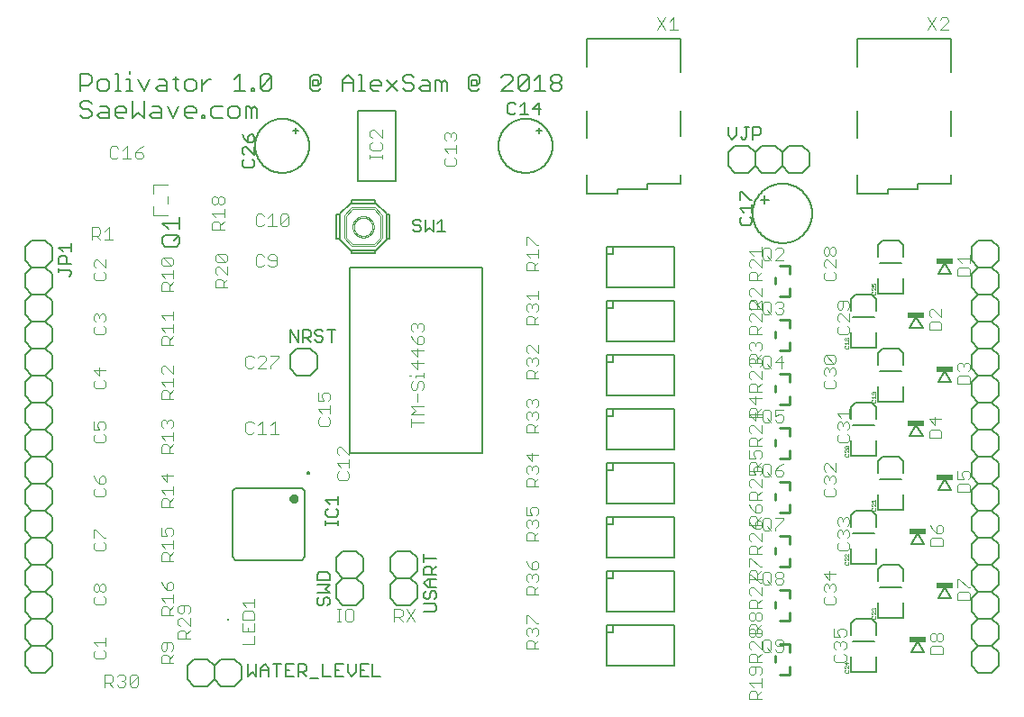
<source format=gto>
G75*
%MOIN*%
%OFA0B0*%
%FSLAX25Y25*%
%IPPOS*%
%LPD*%
%AMOC8*
5,1,8,0,0,1.08239X$1,22.5*
%
%ADD10C,0.00500*%
%ADD11C,0.00600*%
%ADD12C,0.00400*%
%ADD13C,0.00787*%
%ADD14C,0.01575*%
%ADD15C,0.00800*%
%ADD16C,0.01000*%
%ADD17R,0.06200X0.02400*%
%ADD18R,0.00787X0.00787*%
%ADD19C,0.00100*%
%ADD20C,0.00300*%
D10*
X0088950Y0028767D02*
X0090451Y0030269D01*
X0091953Y0028767D01*
X0091953Y0033271D01*
X0093554Y0031770D02*
X0095055Y0033271D01*
X0096556Y0031770D01*
X0096556Y0028767D01*
X0096556Y0031019D02*
X0093554Y0031019D01*
X0093554Y0031770D02*
X0093554Y0028767D01*
X0099659Y0028767D02*
X0099659Y0033271D01*
X0098158Y0033271D02*
X0101160Y0033271D01*
X0102762Y0033271D02*
X0102762Y0028767D01*
X0105764Y0028767D01*
X0107366Y0028767D02*
X0107366Y0033271D01*
X0109618Y0033271D01*
X0110368Y0032521D01*
X0110368Y0031019D01*
X0109618Y0030269D01*
X0107366Y0030269D01*
X0108867Y0030269D02*
X0110368Y0028767D01*
X0111970Y0028017D02*
X0114972Y0028017D01*
X0116574Y0028767D02*
X0119576Y0028767D01*
X0121177Y0028767D02*
X0124180Y0028767D01*
X0125781Y0030269D02*
X0127283Y0028767D01*
X0128784Y0030269D01*
X0128784Y0033271D01*
X0130385Y0033271D02*
X0130385Y0028767D01*
X0133388Y0028767D01*
X0134989Y0028767D02*
X0137992Y0028767D01*
X0134989Y0028767D02*
X0134989Y0033271D01*
X0133388Y0033271D02*
X0130385Y0033271D01*
X0130385Y0031019D02*
X0131887Y0031019D01*
X0125781Y0030269D02*
X0125781Y0033271D01*
X0124180Y0033271D02*
X0121177Y0033271D01*
X0121177Y0028767D01*
X0121177Y0031019D02*
X0122679Y0031019D01*
X0116574Y0033271D02*
X0116574Y0028767D01*
X0105764Y0033271D02*
X0102762Y0033271D01*
X0102762Y0031019D02*
X0104263Y0031019D01*
X0088950Y0033271D02*
X0088950Y0028767D01*
X0115297Y0055017D02*
X0116047Y0055017D01*
X0116798Y0055768D01*
X0116798Y0057269D01*
X0117549Y0058020D01*
X0118299Y0058020D01*
X0119050Y0057269D01*
X0119050Y0055768D01*
X0118299Y0055017D01*
X0115297Y0055017D02*
X0114546Y0055768D01*
X0114546Y0057269D01*
X0115297Y0058020D01*
X0114546Y0059621D02*
X0119050Y0059621D01*
X0117549Y0061123D01*
X0119050Y0062624D01*
X0114546Y0062624D01*
X0114546Y0064225D02*
X0114546Y0066477D01*
X0115297Y0067228D01*
X0118299Y0067228D01*
X0119050Y0066477D01*
X0119050Y0064225D01*
X0114546Y0064225D01*
X0117613Y0084749D02*
X0117613Y0086250D01*
X0117613Y0085500D02*
X0122117Y0085500D01*
X0122117Y0086250D02*
X0122117Y0084749D01*
X0121366Y0087818D02*
X0118363Y0087818D01*
X0117613Y0088569D01*
X0117613Y0090070D01*
X0118363Y0090821D01*
X0119114Y0092422D02*
X0117613Y0093923D01*
X0122117Y0093923D01*
X0122117Y0092422D02*
X0122117Y0095425D01*
X0121366Y0090821D02*
X0122117Y0090070D01*
X0122117Y0088569D01*
X0121366Y0087818D01*
X0126500Y0111363D02*
X0126500Y0180067D01*
X0175465Y0180067D01*
X0175465Y0111363D01*
X0126500Y0111363D01*
X0153946Y0074016D02*
X0153946Y0071013D01*
X0153946Y0072515D02*
X0158450Y0072515D01*
X0158450Y0069412D02*
X0156949Y0067911D01*
X0156949Y0068661D02*
X0156949Y0066410D01*
X0158450Y0066410D02*
X0153946Y0066410D01*
X0153946Y0068661D01*
X0154697Y0069412D01*
X0156198Y0069412D01*
X0156949Y0068661D01*
X0156198Y0064808D02*
X0156198Y0061806D01*
X0155447Y0061806D02*
X0153946Y0063307D01*
X0155447Y0064808D01*
X0158450Y0064808D01*
X0158450Y0061806D02*
X0155447Y0061806D01*
X0154697Y0060204D02*
X0153946Y0059454D01*
X0153946Y0057952D01*
X0154697Y0057202D01*
X0155447Y0057202D01*
X0156198Y0057952D01*
X0156198Y0059454D01*
X0156949Y0060204D01*
X0157699Y0060204D01*
X0158450Y0059454D01*
X0158450Y0057952D01*
X0157699Y0057202D01*
X0157699Y0055600D02*
X0153946Y0055600D01*
X0153946Y0052598D02*
X0157699Y0052598D01*
X0158450Y0053348D01*
X0158450Y0054850D01*
X0157699Y0055600D01*
X0221500Y0052567D02*
X0246500Y0052567D01*
X0246500Y0067567D01*
X0224000Y0067567D01*
X0224000Y0065067D01*
X0221500Y0065067D01*
X0221500Y0052567D01*
X0221500Y0047567D02*
X0224000Y0047567D01*
X0224000Y0045067D01*
X0221500Y0045067D01*
X0221500Y0032567D01*
X0246500Y0032567D01*
X0246500Y0047567D01*
X0224000Y0047567D01*
X0221500Y0047567D02*
X0221500Y0045067D01*
X0221500Y0065067D02*
X0221500Y0067567D01*
X0224000Y0067567D01*
X0221500Y0072567D02*
X0246500Y0072567D01*
X0246500Y0087567D01*
X0224000Y0087567D01*
X0224000Y0085067D01*
X0221500Y0085067D01*
X0221500Y0072567D01*
X0221500Y0085067D02*
X0221500Y0087567D01*
X0224000Y0087567D01*
X0221500Y0092567D02*
X0246500Y0092567D01*
X0246500Y0107567D01*
X0224000Y0107567D01*
X0224000Y0105067D01*
X0221500Y0105067D01*
X0221500Y0092567D01*
X0221500Y0105067D02*
X0221500Y0107567D01*
X0224000Y0107567D01*
X0221500Y0112567D02*
X0246500Y0112567D01*
X0246500Y0127567D01*
X0224000Y0127567D01*
X0224000Y0125067D01*
X0221500Y0125067D01*
X0221500Y0112567D01*
X0221500Y0125067D02*
X0221500Y0127567D01*
X0224000Y0127567D01*
X0221500Y0132567D02*
X0246500Y0132567D01*
X0246500Y0147567D01*
X0224000Y0147567D01*
X0224000Y0145067D01*
X0221500Y0145067D01*
X0221500Y0132567D01*
X0221500Y0145067D02*
X0221500Y0147567D01*
X0224000Y0147567D01*
X0221500Y0152567D02*
X0246500Y0152567D01*
X0246500Y0167567D01*
X0224000Y0167567D01*
X0224000Y0165067D01*
X0221500Y0165067D01*
X0221500Y0152567D01*
X0221500Y0165067D02*
X0221500Y0167567D01*
X0224000Y0167567D01*
X0221500Y0172567D02*
X0246500Y0172567D01*
X0246500Y0187567D01*
X0224000Y0187567D01*
X0224000Y0185067D01*
X0221500Y0185067D01*
X0221500Y0172567D01*
X0221500Y0185067D02*
X0221500Y0187567D01*
X0224000Y0187567D01*
X0270746Y0196568D02*
X0271497Y0195817D01*
X0274499Y0195817D01*
X0275250Y0196568D01*
X0275250Y0198069D01*
X0274499Y0198820D01*
X0275250Y0200421D02*
X0275250Y0203424D01*
X0275250Y0201923D02*
X0270746Y0201923D01*
X0272247Y0200421D01*
X0271497Y0198820D02*
X0270746Y0198069D01*
X0270746Y0196568D01*
X0270746Y0205025D02*
X0270746Y0208028D01*
X0271497Y0208028D01*
X0274499Y0205025D01*
X0275250Y0205025D01*
X0275658Y0227517D02*
X0275658Y0232021D01*
X0277910Y0232021D01*
X0278660Y0231271D01*
X0278660Y0229769D01*
X0277910Y0229019D01*
X0275658Y0229019D01*
X0273306Y0228268D02*
X0273306Y0232021D01*
X0274056Y0232021D02*
X0272555Y0232021D01*
X0269453Y0232021D02*
X0269453Y0229019D01*
X0267951Y0227517D01*
X0266450Y0229019D01*
X0266450Y0232021D01*
X0271054Y0228268D02*
X0271805Y0227517D01*
X0272555Y0227517D01*
X0273306Y0228268D01*
X0322500Y0181567D02*
X0330500Y0181567D01*
X0320500Y0161567D02*
X0312500Y0161567D01*
X0322500Y0141567D02*
X0330500Y0141567D01*
X0320500Y0121567D02*
X0312500Y0121567D01*
X0322500Y0101567D02*
X0330500Y0101567D01*
X0320500Y0081567D02*
X0312500Y0081567D01*
X0322500Y0061567D02*
X0330500Y0061567D01*
X0320500Y0041567D02*
X0312500Y0041567D01*
X0119763Y0152517D02*
X0119763Y0157021D01*
X0118262Y0157021D02*
X0121264Y0157021D01*
X0116660Y0156271D02*
X0115910Y0157021D01*
X0114408Y0157021D01*
X0113658Y0156271D01*
X0113658Y0155520D01*
X0114408Y0154769D01*
X0115910Y0154769D01*
X0116660Y0154019D01*
X0116660Y0153268D01*
X0115910Y0152517D01*
X0114408Y0152517D01*
X0113658Y0153268D01*
X0112056Y0152517D02*
X0110555Y0154019D01*
X0111306Y0154019D02*
X0109054Y0154019D01*
X0109054Y0152517D02*
X0109054Y0157021D01*
X0111306Y0157021D01*
X0112056Y0156271D01*
X0112056Y0154769D01*
X0111306Y0154019D01*
X0107453Y0152517D02*
X0107453Y0157021D01*
X0104450Y0157021D02*
X0104450Y0152517D01*
X0107453Y0152517D02*
X0104450Y0157021D01*
X0149781Y0194060D02*
X0150532Y0193310D01*
X0152033Y0193310D01*
X0152784Y0194060D01*
X0152784Y0194811D01*
X0152033Y0195561D01*
X0150532Y0195561D01*
X0149781Y0196312D01*
X0149781Y0197063D01*
X0150532Y0197813D01*
X0152033Y0197813D01*
X0152784Y0197063D01*
X0154385Y0197813D02*
X0154385Y0193310D01*
X0155887Y0194811D01*
X0157388Y0193310D01*
X0157388Y0197813D01*
X0158989Y0196312D02*
X0160491Y0197813D01*
X0160491Y0193310D01*
X0161992Y0193310D02*
X0158989Y0193310D01*
X0185751Y0236567D02*
X0187252Y0236567D01*
X0188003Y0237318D01*
X0189604Y0236567D02*
X0192606Y0236567D01*
X0191105Y0236567D02*
X0191105Y0241071D01*
X0189604Y0239570D01*
X0188003Y0240321D02*
X0187252Y0241071D01*
X0185751Y0241071D01*
X0185000Y0240321D01*
X0185000Y0237318D01*
X0185751Y0236567D01*
X0194208Y0238819D02*
X0197210Y0238819D01*
X0196460Y0236567D02*
X0196460Y0241071D01*
X0194208Y0238819D01*
X0194805Y0245317D02*
X0198875Y0245317D01*
X0196840Y0245317D02*
X0196840Y0251423D01*
X0194805Y0249388D01*
X0192798Y0250405D02*
X0192798Y0246335D01*
X0191780Y0245317D01*
X0189745Y0245317D01*
X0188728Y0246335D01*
X0192798Y0250405D01*
X0191780Y0251423D01*
X0189745Y0251423D01*
X0188728Y0250405D01*
X0188728Y0246335D01*
X0186721Y0245317D02*
X0182651Y0245317D01*
X0186721Y0249388D01*
X0186721Y0250405D01*
X0185703Y0251423D01*
X0183668Y0251423D01*
X0182651Y0250405D01*
X0174566Y0250405D02*
X0174566Y0248370D01*
X0173549Y0247352D01*
X0173549Y0249388D01*
X0171514Y0249388D01*
X0171514Y0247352D01*
X0173549Y0247352D01*
X0174566Y0246335D02*
X0173549Y0245317D01*
X0171514Y0245317D01*
X0170496Y0246335D01*
X0170496Y0250405D01*
X0171514Y0251423D01*
X0173549Y0251423D01*
X0174566Y0250405D01*
X0162412Y0248370D02*
X0162412Y0245317D01*
X0160377Y0245317D02*
X0160377Y0248370D01*
X0161394Y0249388D01*
X0162412Y0248370D01*
X0160377Y0248370D02*
X0159359Y0249388D01*
X0158342Y0249388D01*
X0158342Y0245317D01*
X0156335Y0245317D02*
X0153282Y0245317D01*
X0152265Y0246335D01*
X0153282Y0247352D01*
X0156335Y0247352D01*
X0156335Y0248370D02*
X0156335Y0245317D01*
X0150258Y0246335D02*
X0149240Y0245317D01*
X0147205Y0245317D01*
X0146187Y0246335D01*
X0144180Y0245317D02*
X0140110Y0249388D01*
X0138103Y0248370D02*
X0138103Y0247352D01*
X0134033Y0247352D01*
X0134033Y0246335D02*
X0134033Y0248370D01*
X0135051Y0249388D01*
X0137086Y0249388D01*
X0138103Y0248370D01*
X0135051Y0245317D02*
X0134033Y0246335D01*
X0135051Y0245317D02*
X0137086Y0245317D01*
X0140110Y0245317D02*
X0144180Y0249388D01*
X0146187Y0249388D02*
X0147205Y0248370D01*
X0149240Y0248370D01*
X0150258Y0247352D01*
X0150258Y0246335D01*
X0150258Y0250405D02*
X0149240Y0251423D01*
X0147205Y0251423D01*
X0146187Y0250405D01*
X0146187Y0249388D01*
X0153282Y0249388D02*
X0155317Y0249388D01*
X0156335Y0248370D01*
X0132017Y0245317D02*
X0129982Y0245317D01*
X0130999Y0245317D02*
X0130999Y0251423D01*
X0129982Y0251423D01*
X0127975Y0249388D02*
X0127975Y0245317D01*
X0123904Y0245317D02*
X0123904Y0249388D01*
X0125939Y0251423D01*
X0127975Y0249388D01*
X0127975Y0248370D02*
X0123904Y0248370D01*
X0115820Y0248370D02*
X0114803Y0247352D01*
X0114803Y0249388D01*
X0112768Y0249388D01*
X0112768Y0247352D01*
X0114803Y0247352D01*
X0115820Y0246335D02*
X0114803Y0245317D01*
X0112768Y0245317D01*
X0111750Y0246335D01*
X0111750Y0250405D01*
X0112768Y0251423D01*
X0114803Y0251423D01*
X0115820Y0250405D01*
X0115820Y0248370D01*
X0091250Y0228465D02*
X0090499Y0229216D01*
X0089749Y0229216D01*
X0088998Y0228465D01*
X0088998Y0226213D01*
X0090499Y0226213D01*
X0091250Y0226964D01*
X0091250Y0228465D01*
X0088998Y0226213D02*
X0087497Y0227715D01*
X0086746Y0229216D01*
X0087497Y0224612D02*
X0086746Y0223861D01*
X0086746Y0222360D01*
X0087497Y0221610D01*
X0087497Y0220008D02*
X0086746Y0219258D01*
X0086746Y0217756D01*
X0087497Y0217006D01*
X0090499Y0217006D01*
X0091250Y0217756D01*
X0091250Y0219258D01*
X0090499Y0220008D01*
X0091250Y0221610D02*
X0088247Y0224612D01*
X0087497Y0224612D01*
X0091250Y0224612D02*
X0091250Y0221610D01*
X0023450Y0189016D02*
X0023450Y0186013D01*
X0023450Y0187515D02*
X0018946Y0187515D01*
X0020447Y0186013D01*
X0019697Y0184412D02*
X0021198Y0184412D01*
X0021949Y0183661D01*
X0021949Y0181410D01*
X0023450Y0181410D02*
X0018946Y0181410D01*
X0018946Y0183661D01*
X0019697Y0184412D01*
X0018946Y0179808D02*
X0018946Y0178307D01*
X0018946Y0179058D02*
X0022699Y0179058D01*
X0023450Y0178307D01*
X0023450Y0177556D01*
X0022699Y0176806D01*
X0200882Y0246335D02*
X0200882Y0247352D01*
X0201900Y0248370D01*
X0203935Y0248370D01*
X0204952Y0247352D01*
X0204952Y0246335D01*
X0203935Y0245317D01*
X0201900Y0245317D01*
X0200882Y0246335D01*
X0201900Y0248370D02*
X0200882Y0249388D01*
X0200882Y0250405D01*
X0201900Y0251423D01*
X0203935Y0251423D01*
X0204952Y0250405D01*
X0204952Y0249388D01*
X0203935Y0248370D01*
D11*
X0196500Y0231567D02*
X0196500Y0230567D01*
X0197500Y0230567D01*
X0196500Y0230567D02*
X0196500Y0229567D01*
X0196500Y0230567D02*
X0195500Y0230567D01*
X0181500Y0225067D02*
X0181503Y0225312D01*
X0181512Y0225558D01*
X0181527Y0225803D01*
X0181548Y0226047D01*
X0181575Y0226291D01*
X0181608Y0226534D01*
X0181647Y0226777D01*
X0181692Y0227018D01*
X0181743Y0227258D01*
X0181800Y0227497D01*
X0181862Y0227734D01*
X0181931Y0227970D01*
X0182005Y0228204D01*
X0182085Y0228436D01*
X0182170Y0228666D01*
X0182261Y0228894D01*
X0182358Y0229119D01*
X0182460Y0229343D01*
X0182568Y0229563D01*
X0182681Y0229781D01*
X0182799Y0229996D01*
X0182923Y0230208D01*
X0183051Y0230417D01*
X0183185Y0230623D01*
X0183324Y0230825D01*
X0183468Y0231024D01*
X0183617Y0231219D01*
X0183770Y0231411D01*
X0183928Y0231599D01*
X0184090Y0231783D01*
X0184258Y0231962D01*
X0184429Y0232138D01*
X0184605Y0232309D01*
X0184784Y0232477D01*
X0184968Y0232639D01*
X0185156Y0232797D01*
X0185348Y0232950D01*
X0185543Y0233099D01*
X0185742Y0233243D01*
X0185944Y0233382D01*
X0186150Y0233516D01*
X0186359Y0233644D01*
X0186571Y0233768D01*
X0186786Y0233886D01*
X0187004Y0233999D01*
X0187224Y0234107D01*
X0187448Y0234209D01*
X0187673Y0234306D01*
X0187901Y0234397D01*
X0188131Y0234482D01*
X0188363Y0234562D01*
X0188597Y0234636D01*
X0188833Y0234705D01*
X0189070Y0234767D01*
X0189309Y0234824D01*
X0189549Y0234875D01*
X0189790Y0234920D01*
X0190033Y0234959D01*
X0190276Y0234992D01*
X0190520Y0235019D01*
X0190764Y0235040D01*
X0191009Y0235055D01*
X0191255Y0235064D01*
X0191500Y0235067D01*
X0191745Y0235064D01*
X0191991Y0235055D01*
X0192236Y0235040D01*
X0192480Y0235019D01*
X0192724Y0234992D01*
X0192967Y0234959D01*
X0193210Y0234920D01*
X0193451Y0234875D01*
X0193691Y0234824D01*
X0193930Y0234767D01*
X0194167Y0234705D01*
X0194403Y0234636D01*
X0194637Y0234562D01*
X0194869Y0234482D01*
X0195099Y0234397D01*
X0195327Y0234306D01*
X0195552Y0234209D01*
X0195776Y0234107D01*
X0195996Y0233999D01*
X0196214Y0233886D01*
X0196429Y0233768D01*
X0196641Y0233644D01*
X0196850Y0233516D01*
X0197056Y0233382D01*
X0197258Y0233243D01*
X0197457Y0233099D01*
X0197652Y0232950D01*
X0197844Y0232797D01*
X0198032Y0232639D01*
X0198216Y0232477D01*
X0198395Y0232309D01*
X0198571Y0232138D01*
X0198742Y0231962D01*
X0198910Y0231783D01*
X0199072Y0231599D01*
X0199230Y0231411D01*
X0199383Y0231219D01*
X0199532Y0231024D01*
X0199676Y0230825D01*
X0199815Y0230623D01*
X0199949Y0230417D01*
X0200077Y0230208D01*
X0200201Y0229996D01*
X0200319Y0229781D01*
X0200432Y0229563D01*
X0200540Y0229343D01*
X0200642Y0229119D01*
X0200739Y0228894D01*
X0200830Y0228666D01*
X0200915Y0228436D01*
X0200995Y0228204D01*
X0201069Y0227970D01*
X0201138Y0227734D01*
X0201200Y0227497D01*
X0201257Y0227258D01*
X0201308Y0227018D01*
X0201353Y0226777D01*
X0201392Y0226534D01*
X0201425Y0226291D01*
X0201452Y0226047D01*
X0201473Y0225803D01*
X0201488Y0225558D01*
X0201497Y0225312D01*
X0201500Y0225067D01*
X0201497Y0224822D01*
X0201488Y0224576D01*
X0201473Y0224331D01*
X0201452Y0224087D01*
X0201425Y0223843D01*
X0201392Y0223600D01*
X0201353Y0223357D01*
X0201308Y0223116D01*
X0201257Y0222876D01*
X0201200Y0222637D01*
X0201138Y0222400D01*
X0201069Y0222164D01*
X0200995Y0221930D01*
X0200915Y0221698D01*
X0200830Y0221468D01*
X0200739Y0221240D01*
X0200642Y0221015D01*
X0200540Y0220791D01*
X0200432Y0220571D01*
X0200319Y0220353D01*
X0200201Y0220138D01*
X0200077Y0219926D01*
X0199949Y0219717D01*
X0199815Y0219511D01*
X0199676Y0219309D01*
X0199532Y0219110D01*
X0199383Y0218915D01*
X0199230Y0218723D01*
X0199072Y0218535D01*
X0198910Y0218351D01*
X0198742Y0218172D01*
X0198571Y0217996D01*
X0198395Y0217825D01*
X0198216Y0217657D01*
X0198032Y0217495D01*
X0197844Y0217337D01*
X0197652Y0217184D01*
X0197457Y0217035D01*
X0197258Y0216891D01*
X0197056Y0216752D01*
X0196850Y0216618D01*
X0196641Y0216490D01*
X0196429Y0216366D01*
X0196214Y0216248D01*
X0195996Y0216135D01*
X0195776Y0216027D01*
X0195552Y0215925D01*
X0195327Y0215828D01*
X0195099Y0215737D01*
X0194869Y0215652D01*
X0194637Y0215572D01*
X0194403Y0215498D01*
X0194167Y0215429D01*
X0193930Y0215367D01*
X0193691Y0215310D01*
X0193451Y0215259D01*
X0193210Y0215214D01*
X0192967Y0215175D01*
X0192724Y0215142D01*
X0192480Y0215115D01*
X0192236Y0215094D01*
X0191991Y0215079D01*
X0191745Y0215070D01*
X0191500Y0215067D01*
X0191255Y0215070D01*
X0191009Y0215079D01*
X0190764Y0215094D01*
X0190520Y0215115D01*
X0190276Y0215142D01*
X0190033Y0215175D01*
X0189790Y0215214D01*
X0189549Y0215259D01*
X0189309Y0215310D01*
X0189070Y0215367D01*
X0188833Y0215429D01*
X0188597Y0215498D01*
X0188363Y0215572D01*
X0188131Y0215652D01*
X0187901Y0215737D01*
X0187673Y0215828D01*
X0187448Y0215925D01*
X0187224Y0216027D01*
X0187004Y0216135D01*
X0186786Y0216248D01*
X0186571Y0216366D01*
X0186359Y0216490D01*
X0186150Y0216618D01*
X0185944Y0216752D01*
X0185742Y0216891D01*
X0185543Y0217035D01*
X0185348Y0217184D01*
X0185156Y0217337D01*
X0184968Y0217495D01*
X0184784Y0217657D01*
X0184605Y0217825D01*
X0184429Y0217996D01*
X0184258Y0218172D01*
X0184090Y0218351D01*
X0183928Y0218535D01*
X0183770Y0218723D01*
X0183617Y0218915D01*
X0183468Y0219110D01*
X0183324Y0219309D01*
X0183185Y0219511D01*
X0183051Y0219717D01*
X0182923Y0219926D01*
X0182799Y0220138D01*
X0182681Y0220353D01*
X0182568Y0220571D01*
X0182460Y0220791D01*
X0182358Y0221015D01*
X0182261Y0221240D01*
X0182170Y0221468D01*
X0182085Y0221698D01*
X0182005Y0221930D01*
X0181931Y0222164D01*
X0181862Y0222400D01*
X0181800Y0222637D01*
X0181743Y0222876D01*
X0181692Y0223116D01*
X0181647Y0223357D01*
X0181608Y0223600D01*
X0181575Y0223843D01*
X0181548Y0224087D01*
X0181527Y0224331D01*
X0181512Y0224576D01*
X0181503Y0224822D01*
X0181500Y0225067D01*
X0141343Y0199530D02*
X0141343Y0190605D01*
X0140087Y0190605D01*
X0140091Y0190271D02*
X0140091Y0199530D01*
X0141343Y0199530D01*
X0140091Y0199530D02*
X0140091Y0199864D01*
X0136296Y0203658D01*
X0127037Y0203658D01*
X0127037Y0204910D01*
X0135963Y0204910D01*
X0135963Y0203654D01*
X0127037Y0203658D02*
X0126704Y0203658D01*
X0122909Y0199864D01*
X0122909Y0190605D01*
X0121657Y0190605D01*
X0121657Y0199530D01*
X0122913Y0199530D01*
X0122909Y0190605D02*
X0122909Y0190271D01*
X0126704Y0186477D01*
X0135963Y0186477D01*
X0135963Y0185225D01*
X0127037Y0185225D01*
X0127037Y0186481D01*
X0135963Y0186477D02*
X0136296Y0186477D01*
X0140091Y0190271D01*
X0091500Y0225067D02*
X0091503Y0225312D01*
X0091512Y0225558D01*
X0091527Y0225803D01*
X0091548Y0226047D01*
X0091575Y0226291D01*
X0091608Y0226534D01*
X0091647Y0226777D01*
X0091692Y0227018D01*
X0091743Y0227258D01*
X0091800Y0227497D01*
X0091862Y0227734D01*
X0091931Y0227970D01*
X0092005Y0228204D01*
X0092085Y0228436D01*
X0092170Y0228666D01*
X0092261Y0228894D01*
X0092358Y0229119D01*
X0092460Y0229343D01*
X0092568Y0229563D01*
X0092681Y0229781D01*
X0092799Y0229996D01*
X0092923Y0230208D01*
X0093051Y0230417D01*
X0093185Y0230623D01*
X0093324Y0230825D01*
X0093468Y0231024D01*
X0093617Y0231219D01*
X0093770Y0231411D01*
X0093928Y0231599D01*
X0094090Y0231783D01*
X0094258Y0231962D01*
X0094429Y0232138D01*
X0094605Y0232309D01*
X0094784Y0232477D01*
X0094968Y0232639D01*
X0095156Y0232797D01*
X0095348Y0232950D01*
X0095543Y0233099D01*
X0095742Y0233243D01*
X0095944Y0233382D01*
X0096150Y0233516D01*
X0096359Y0233644D01*
X0096571Y0233768D01*
X0096786Y0233886D01*
X0097004Y0233999D01*
X0097224Y0234107D01*
X0097448Y0234209D01*
X0097673Y0234306D01*
X0097901Y0234397D01*
X0098131Y0234482D01*
X0098363Y0234562D01*
X0098597Y0234636D01*
X0098833Y0234705D01*
X0099070Y0234767D01*
X0099309Y0234824D01*
X0099549Y0234875D01*
X0099790Y0234920D01*
X0100033Y0234959D01*
X0100276Y0234992D01*
X0100520Y0235019D01*
X0100764Y0235040D01*
X0101009Y0235055D01*
X0101255Y0235064D01*
X0101500Y0235067D01*
X0101745Y0235064D01*
X0101991Y0235055D01*
X0102236Y0235040D01*
X0102480Y0235019D01*
X0102724Y0234992D01*
X0102967Y0234959D01*
X0103210Y0234920D01*
X0103451Y0234875D01*
X0103691Y0234824D01*
X0103930Y0234767D01*
X0104167Y0234705D01*
X0104403Y0234636D01*
X0104637Y0234562D01*
X0104869Y0234482D01*
X0105099Y0234397D01*
X0105327Y0234306D01*
X0105552Y0234209D01*
X0105776Y0234107D01*
X0105996Y0233999D01*
X0106214Y0233886D01*
X0106429Y0233768D01*
X0106641Y0233644D01*
X0106850Y0233516D01*
X0107056Y0233382D01*
X0107258Y0233243D01*
X0107457Y0233099D01*
X0107652Y0232950D01*
X0107844Y0232797D01*
X0108032Y0232639D01*
X0108216Y0232477D01*
X0108395Y0232309D01*
X0108571Y0232138D01*
X0108742Y0231962D01*
X0108910Y0231783D01*
X0109072Y0231599D01*
X0109230Y0231411D01*
X0109383Y0231219D01*
X0109532Y0231024D01*
X0109676Y0230825D01*
X0109815Y0230623D01*
X0109949Y0230417D01*
X0110077Y0230208D01*
X0110201Y0229996D01*
X0110319Y0229781D01*
X0110432Y0229563D01*
X0110540Y0229343D01*
X0110642Y0229119D01*
X0110739Y0228894D01*
X0110830Y0228666D01*
X0110915Y0228436D01*
X0110995Y0228204D01*
X0111069Y0227970D01*
X0111138Y0227734D01*
X0111200Y0227497D01*
X0111257Y0227258D01*
X0111308Y0227018D01*
X0111353Y0226777D01*
X0111392Y0226534D01*
X0111425Y0226291D01*
X0111452Y0226047D01*
X0111473Y0225803D01*
X0111488Y0225558D01*
X0111497Y0225312D01*
X0111500Y0225067D01*
X0111497Y0224822D01*
X0111488Y0224576D01*
X0111473Y0224331D01*
X0111452Y0224087D01*
X0111425Y0223843D01*
X0111392Y0223600D01*
X0111353Y0223357D01*
X0111308Y0223116D01*
X0111257Y0222876D01*
X0111200Y0222637D01*
X0111138Y0222400D01*
X0111069Y0222164D01*
X0110995Y0221930D01*
X0110915Y0221698D01*
X0110830Y0221468D01*
X0110739Y0221240D01*
X0110642Y0221015D01*
X0110540Y0220791D01*
X0110432Y0220571D01*
X0110319Y0220353D01*
X0110201Y0220138D01*
X0110077Y0219926D01*
X0109949Y0219717D01*
X0109815Y0219511D01*
X0109676Y0219309D01*
X0109532Y0219110D01*
X0109383Y0218915D01*
X0109230Y0218723D01*
X0109072Y0218535D01*
X0108910Y0218351D01*
X0108742Y0218172D01*
X0108571Y0217996D01*
X0108395Y0217825D01*
X0108216Y0217657D01*
X0108032Y0217495D01*
X0107844Y0217337D01*
X0107652Y0217184D01*
X0107457Y0217035D01*
X0107258Y0216891D01*
X0107056Y0216752D01*
X0106850Y0216618D01*
X0106641Y0216490D01*
X0106429Y0216366D01*
X0106214Y0216248D01*
X0105996Y0216135D01*
X0105776Y0216027D01*
X0105552Y0215925D01*
X0105327Y0215828D01*
X0105099Y0215737D01*
X0104869Y0215652D01*
X0104637Y0215572D01*
X0104403Y0215498D01*
X0104167Y0215429D01*
X0103930Y0215367D01*
X0103691Y0215310D01*
X0103451Y0215259D01*
X0103210Y0215214D01*
X0102967Y0215175D01*
X0102724Y0215142D01*
X0102480Y0215115D01*
X0102236Y0215094D01*
X0101991Y0215079D01*
X0101745Y0215070D01*
X0101500Y0215067D01*
X0101255Y0215070D01*
X0101009Y0215079D01*
X0100764Y0215094D01*
X0100520Y0215115D01*
X0100276Y0215142D01*
X0100033Y0215175D01*
X0099790Y0215214D01*
X0099549Y0215259D01*
X0099309Y0215310D01*
X0099070Y0215367D01*
X0098833Y0215429D01*
X0098597Y0215498D01*
X0098363Y0215572D01*
X0098131Y0215652D01*
X0097901Y0215737D01*
X0097673Y0215828D01*
X0097448Y0215925D01*
X0097224Y0216027D01*
X0097004Y0216135D01*
X0096786Y0216248D01*
X0096571Y0216366D01*
X0096359Y0216490D01*
X0096150Y0216618D01*
X0095944Y0216752D01*
X0095742Y0216891D01*
X0095543Y0217035D01*
X0095348Y0217184D01*
X0095156Y0217337D01*
X0094968Y0217495D01*
X0094784Y0217657D01*
X0094605Y0217825D01*
X0094429Y0217996D01*
X0094258Y0218172D01*
X0094090Y0218351D01*
X0093928Y0218535D01*
X0093770Y0218723D01*
X0093617Y0218915D01*
X0093468Y0219110D01*
X0093324Y0219309D01*
X0093185Y0219511D01*
X0093051Y0219717D01*
X0092923Y0219926D01*
X0092799Y0220138D01*
X0092681Y0220353D01*
X0092568Y0220571D01*
X0092460Y0220791D01*
X0092358Y0221015D01*
X0092261Y0221240D01*
X0092170Y0221468D01*
X0092085Y0221698D01*
X0092005Y0221930D01*
X0091931Y0222164D01*
X0091862Y0222400D01*
X0091800Y0222637D01*
X0091743Y0222876D01*
X0091692Y0223116D01*
X0091647Y0223357D01*
X0091608Y0223600D01*
X0091575Y0223843D01*
X0091548Y0224087D01*
X0091527Y0224331D01*
X0091512Y0224576D01*
X0091503Y0224822D01*
X0091500Y0225067D01*
X0092303Y0235367D02*
X0092303Y0238570D01*
X0091235Y0239638D01*
X0090167Y0238570D01*
X0090167Y0235367D01*
X0088032Y0235367D02*
X0088032Y0239638D01*
X0089100Y0239638D01*
X0090167Y0238570D01*
X0085857Y0238570D02*
X0085857Y0236435D01*
X0084789Y0235367D01*
X0082654Y0235367D01*
X0081587Y0236435D01*
X0081587Y0238570D01*
X0082654Y0239638D01*
X0084789Y0239638D01*
X0085857Y0238570D01*
X0079412Y0239638D02*
X0076209Y0239638D01*
X0075141Y0238570D01*
X0075141Y0236435D01*
X0076209Y0235367D01*
X0079412Y0235367D01*
X0072986Y0235367D02*
X0071918Y0235367D01*
X0071918Y0236435D01*
X0072986Y0236435D01*
X0072986Y0235367D01*
X0069743Y0237503D02*
X0065473Y0237503D01*
X0065473Y0238570D02*
X0066541Y0239638D01*
X0068676Y0239638D01*
X0069743Y0238570D01*
X0069743Y0237503D01*
X0068676Y0235367D02*
X0066541Y0235367D01*
X0065473Y0236435D01*
X0065473Y0238570D01*
X0063298Y0239638D02*
X0061163Y0235367D01*
X0059027Y0239638D01*
X0056852Y0238570D02*
X0056852Y0235367D01*
X0053650Y0235367D01*
X0052582Y0236435D01*
X0053650Y0237503D01*
X0056852Y0237503D01*
X0056852Y0238570D02*
X0055785Y0239638D01*
X0053650Y0239638D01*
X0050407Y0241773D02*
X0050407Y0235367D01*
X0048272Y0237503D01*
X0046136Y0235367D01*
X0046136Y0241773D01*
X0046123Y0245367D02*
X0043988Y0245367D01*
X0045056Y0245367D02*
X0045056Y0249638D01*
X0043988Y0249638D01*
X0045056Y0251773D02*
X0045056Y0252840D01*
X0048285Y0249638D02*
X0050420Y0245367D01*
X0052555Y0249638D01*
X0055798Y0249638D02*
X0057933Y0249638D01*
X0059001Y0248570D01*
X0059001Y0245367D01*
X0055798Y0245367D01*
X0054730Y0246435D01*
X0055798Y0247503D01*
X0059001Y0247503D01*
X0061176Y0249638D02*
X0063311Y0249638D01*
X0062244Y0250705D02*
X0062244Y0246435D01*
X0063311Y0245367D01*
X0065473Y0246435D02*
X0066541Y0245367D01*
X0068676Y0245367D01*
X0069743Y0246435D01*
X0069743Y0248570D01*
X0068676Y0249638D01*
X0066541Y0249638D01*
X0065473Y0248570D01*
X0065473Y0246435D01*
X0071918Y0245367D02*
X0071918Y0249638D01*
X0071918Y0247503D02*
X0074054Y0249638D01*
X0075121Y0249638D01*
X0083735Y0249638D02*
X0085870Y0251773D01*
X0085870Y0245367D01*
X0083735Y0245367D02*
X0088006Y0245367D01*
X0090181Y0245367D02*
X0090181Y0246435D01*
X0091248Y0246435D01*
X0091248Y0245367D01*
X0090181Y0245367D01*
X0093403Y0246435D02*
X0097674Y0250705D01*
X0097674Y0246435D01*
X0096606Y0245367D01*
X0094471Y0245367D01*
X0093403Y0246435D01*
X0093403Y0250705D01*
X0094471Y0251773D01*
X0096606Y0251773D01*
X0097674Y0250705D01*
X0106500Y0231567D02*
X0106500Y0230567D01*
X0107500Y0230567D01*
X0106500Y0230567D02*
X0106500Y0229567D01*
X0106500Y0230567D02*
X0105500Y0230567D01*
X0063651Y0198534D02*
X0063651Y0194264D01*
X0063651Y0196399D02*
X0057245Y0196399D01*
X0059380Y0194264D01*
X0058313Y0192089D02*
X0062583Y0192089D01*
X0063651Y0191021D01*
X0063651Y0188886D01*
X0062583Y0187818D01*
X0058313Y0187818D01*
X0057245Y0188886D01*
X0057245Y0191021D01*
X0058313Y0192089D01*
X0061516Y0189953D02*
X0063651Y0192089D01*
X0016500Y0187567D02*
X0016500Y0182567D01*
X0014000Y0180067D01*
X0016500Y0177567D01*
X0016500Y0172567D01*
X0014000Y0170067D01*
X0009000Y0170067D01*
X0006500Y0172567D01*
X0006500Y0177567D01*
X0009000Y0180067D01*
X0006500Y0182567D01*
X0006500Y0187567D01*
X0009000Y0190067D01*
X0014000Y0190067D01*
X0016500Y0187567D01*
X0014000Y0180067D02*
X0009000Y0180067D01*
X0009000Y0170067D02*
X0006500Y0167567D01*
X0006500Y0162567D01*
X0009000Y0160067D01*
X0006500Y0157567D01*
X0006500Y0152567D01*
X0009000Y0150067D01*
X0006500Y0147567D01*
X0006500Y0142567D01*
X0009000Y0140067D01*
X0014000Y0140067D01*
X0016500Y0142567D01*
X0016500Y0147567D01*
X0014000Y0150067D01*
X0009000Y0150067D01*
X0014000Y0150067D02*
X0016500Y0152567D01*
X0016500Y0157567D01*
X0014000Y0160067D01*
X0009000Y0160067D01*
X0014000Y0160067D02*
X0016500Y0162567D01*
X0016500Y0167567D01*
X0014000Y0170067D01*
X0014000Y0140067D02*
X0016500Y0137567D01*
X0016500Y0132567D01*
X0014000Y0130067D01*
X0016500Y0127567D01*
X0016500Y0122567D01*
X0014000Y0120067D01*
X0016500Y0117567D01*
X0016500Y0112567D01*
X0014000Y0110067D01*
X0009000Y0110067D01*
X0006500Y0112567D01*
X0006500Y0117567D01*
X0009000Y0120067D01*
X0006500Y0122567D01*
X0006500Y0127567D01*
X0009000Y0130067D01*
X0006500Y0132567D01*
X0006500Y0137567D01*
X0009000Y0140067D01*
X0009000Y0130067D02*
X0014000Y0130067D01*
X0014000Y0120067D02*
X0009000Y0120067D01*
X0009000Y0110067D02*
X0006500Y0107567D01*
X0006500Y0102567D01*
X0009000Y0100067D01*
X0006500Y0097567D01*
X0006500Y0092567D01*
X0009000Y0090067D01*
X0006500Y0087567D01*
X0006500Y0082567D01*
X0009000Y0080067D01*
X0014000Y0080067D01*
X0016500Y0082567D01*
X0016500Y0087567D01*
X0014000Y0090067D01*
X0009000Y0090067D01*
X0014000Y0090067D02*
X0016500Y0092567D01*
X0016500Y0097567D01*
X0014000Y0100067D01*
X0009000Y0100067D01*
X0014000Y0100067D02*
X0016500Y0102567D01*
X0016500Y0107567D01*
X0014000Y0110067D01*
X0014000Y0080067D02*
X0016500Y0077567D01*
X0016500Y0072567D01*
X0014000Y0070067D01*
X0016500Y0067567D01*
X0016500Y0062567D01*
X0014000Y0060067D01*
X0016500Y0057567D01*
X0016500Y0052567D01*
X0014000Y0050067D01*
X0009000Y0050067D01*
X0006500Y0052567D01*
X0006500Y0057567D01*
X0009000Y0060067D01*
X0006500Y0062567D01*
X0006500Y0067567D01*
X0009000Y0070067D01*
X0006500Y0072567D01*
X0006500Y0077567D01*
X0009000Y0080067D01*
X0009000Y0070067D02*
X0014000Y0070067D01*
X0014000Y0060067D02*
X0009000Y0060067D01*
X0009000Y0050067D02*
X0006500Y0047567D01*
X0006500Y0042567D01*
X0009000Y0040067D01*
X0006500Y0037567D01*
X0006500Y0032567D01*
X0009000Y0030067D01*
X0014000Y0030067D01*
X0016500Y0032567D01*
X0016500Y0037567D01*
X0014000Y0040067D01*
X0009000Y0040067D01*
X0014000Y0040067D02*
X0016500Y0042567D01*
X0016500Y0047567D01*
X0014000Y0050067D01*
X0066500Y0032567D02*
X0066500Y0027567D01*
X0069000Y0025067D01*
X0074000Y0025067D01*
X0076500Y0027567D01*
X0079000Y0025067D01*
X0084000Y0025067D01*
X0086500Y0027567D01*
X0086500Y0032567D01*
X0084000Y0035067D01*
X0079000Y0035067D01*
X0076500Y0032567D01*
X0076500Y0027567D01*
X0076500Y0032567D02*
X0074000Y0035067D01*
X0069000Y0035067D01*
X0066500Y0032567D01*
X0084295Y0071682D02*
X0083114Y0072863D01*
X0083114Y0097272D01*
X0084295Y0098453D01*
X0108705Y0098453D01*
X0109886Y0097272D01*
X0109886Y0072863D01*
X0108705Y0071682D01*
X0084295Y0071682D01*
X0121500Y0072567D02*
X0121500Y0067567D01*
X0124000Y0065067D01*
X0129000Y0065067D01*
X0131500Y0067567D01*
X0131500Y0072567D01*
X0129000Y0075067D01*
X0124000Y0075067D01*
X0121500Y0072567D01*
X0124000Y0065067D02*
X0121500Y0062567D01*
X0121500Y0057567D01*
X0124000Y0055067D01*
X0129000Y0055067D01*
X0131500Y0057567D01*
X0131500Y0062567D01*
X0129000Y0065067D01*
X0141500Y0062567D02*
X0141500Y0057567D01*
X0144000Y0055067D01*
X0149000Y0055067D01*
X0151500Y0057567D01*
X0151500Y0062567D01*
X0149000Y0065067D01*
X0144000Y0065067D01*
X0141500Y0062567D01*
X0144000Y0065067D02*
X0141500Y0067567D01*
X0141500Y0072567D01*
X0144000Y0075067D01*
X0149000Y0075067D01*
X0151500Y0072567D01*
X0151500Y0067567D01*
X0149000Y0065067D01*
X0112000Y0140067D02*
X0107000Y0140067D01*
X0104500Y0142567D01*
X0104500Y0147567D01*
X0107000Y0150067D01*
X0112000Y0150067D01*
X0114500Y0147567D01*
X0114500Y0142567D01*
X0112000Y0140067D01*
X0042894Y0235367D02*
X0040759Y0235367D01*
X0039691Y0236435D01*
X0039691Y0238570D01*
X0040759Y0239638D01*
X0042894Y0239638D01*
X0043961Y0238570D01*
X0043961Y0237503D01*
X0039691Y0237503D01*
X0037516Y0237503D02*
X0034313Y0237503D01*
X0033245Y0236435D01*
X0034313Y0235367D01*
X0037516Y0235367D01*
X0037516Y0238570D01*
X0036448Y0239638D01*
X0034313Y0239638D01*
X0031070Y0240705D02*
X0030003Y0241773D01*
X0027868Y0241773D01*
X0026800Y0240705D01*
X0026800Y0239638D01*
X0027868Y0238570D01*
X0030003Y0238570D01*
X0031070Y0237503D01*
X0031070Y0236435D01*
X0030003Y0235367D01*
X0027868Y0235367D01*
X0026800Y0236435D01*
X0026800Y0245367D02*
X0026800Y0251773D01*
X0030003Y0251773D01*
X0031070Y0250705D01*
X0031070Y0248570D01*
X0030003Y0247503D01*
X0026800Y0247503D01*
X0033245Y0248570D02*
X0033245Y0246435D01*
X0034313Y0245367D01*
X0036448Y0245367D01*
X0037516Y0246435D01*
X0037516Y0248570D01*
X0036448Y0249638D01*
X0034313Y0249638D01*
X0033245Y0248570D01*
X0039691Y0245367D02*
X0041826Y0245367D01*
X0040759Y0245367D02*
X0040759Y0251773D01*
X0039691Y0251773D01*
X0266500Y0222567D02*
X0266500Y0217567D01*
X0269000Y0215067D01*
X0274000Y0215067D01*
X0276500Y0217567D01*
X0279000Y0215067D01*
X0284000Y0215067D01*
X0286500Y0217567D01*
X0289000Y0215067D01*
X0294000Y0215067D01*
X0296500Y0217567D01*
X0296500Y0222567D01*
X0294000Y0225067D01*
X0289000Y0225067D01*
X0286500Y0222567D01*
X0286500Y0217567D01*
X0286500Y0222567D02*
X0284000Y0225067D01*
X0279000Y0225067D01*
X0276500Y0222567D01*
X0276500Y0217567D01*
X0276500Y0222567D02*
X0274000Y0225067D01*
X0269000Y0225067D01*
X0266500Y0222567D01*
X0280000Y0206567D02*
X0280000Y0205067D01*
X0281500Y0205067D01*
X0280000Y0205067D02*
X0280000Y0203567D01*
X0280000Y0205067D02*
X0278500Y0205067D01*
X0275500Y0200067D02*
X0275503Y0200337D01*
X0275513Y0200607D01*
X0275530Y0200876D01*
X0275553Y0201145D01*
X0275583Y0201414D01*
X0275619Y0201681D01*
X0275662Y0201948D01*
X0275711Y0202213D01*
X0275767Y0202477D01*
X0275830Y0202740D01*
X0275898Y0203001D01*
X0275974Y0203260D01*
X0276055Y0203517D01*
X0276143Y0203773D01*
X0276237Y0204026D01*
X0276337Y0204277D01*
X0276444Y0204525D01*
X0276556Y0204770D01*
X0276675Y0205013D01*
X0276799Y0205252D01*
X0276929Y0205489D01*
X0277065Y0205722D01*
X0277207Y0205952D01*
X0277354Y0206178D01*
X0277507Y0206401D01*
X0277665Y0206620D01*
X0277828Y0206835D01*
X0277997Y0207045D01*
X0278171Y0207252D01*
X0278350Y0207454D01*
X0278533Y0207652D01*
X0278722Y0207845D01*
X0278915Y0208034D01*
X0279113Y0208217D01*
X0279315Y0208396D01*
X0279522Y0208570D01*
X0279732Y0208739D01*
X0279947Y0208902D01*
X0280166Y0209060D01*
X0280389Y0209213D01*
X0280615Y0209360D01*
X0280845Y0209502D01*
X0281078Y0209638D01*
X0281315Y0209768D01*
X0281554Y0209892D01*
X0281797Y0210011D01*
X0282042Y0210123D01*
X0282290Y0210230D01*
X0282541Y0210330D01*
X0282794Y0210424D01*
X0283050Y0210512D01*
X0283307Y0210593D01*
X0283566Y0210669D01*
X0283827Y0210737D01*
X0284090Y0210800D01*
X0284354Y0210856D01*
X0284619Y0210905D01*
X0284886Y0210948D01*
X0285153Y0210984D01*
X0285422Y0211014D01*
X0285691Y0211037D01*
X0285960Y0211054D01*
X0286230Y0211064D01*
X0286500Y0211067D01*
X0286770Y0211064D01*
X0287040Y0211054D01*
X0287309Y0211037D01*
X0287578Y0211014D01*
X0287847Y0210984D01*
X0288114Y0210948D01*
X0288381Y0210905D01*
X0288646Y0210856D01*
X0288910Y0210800D01*
X0289173Y0210737D01*
X0289434Y0210669D01*
X0289693Y0210593D01*
X0289950Y0210512D01*
X0290206Y0210424D01*
X0290459Y0210330D01*
X0290710Y0210230D01*
X0290958Y0210123D01*
X0291203Y0210011D01*
X0291446Y0209892D01*
X0291685Y0209768D01*
X0291922Y0209638D01*
X0292155Y0209502D01*
X0292385Y0209360D01*
X0292611Y0209213D01*
X0292834Y0209060D01*
X0293053Y0208902D01*
X0293268Y0208739D01*
X0293478Y0208570D01*
X0293685Y0208396D01*
X0293887Y0208217D01*
X0294085Y0208034D01*
X0294278Y0207845D01*
X0294467Y0207652D01*
X0294650Y0207454D01*
X0294829Y0207252D01*
X0295003Y0207045D01*
X0295172Y0206835D01*
X0295335Y0206620D01*
X0295493Y0206401D01*
X0295646Y0206178D01*
X0295793Y0205952D01*
X0295935Y0205722D01*
X0296071Y0205489D01*
X0296201Y0205252D01*
X0296325Y0205013D01*
X0296444Y0204770D01*
X0296556Y0204525D01*
X0296663Y0204277D01*
X0296763Y0204026D01*
X0296857Y0203773D01*
X0296945Y0203517D01*
X0297026Y0203260D01*
X0297102Y0203001D01*
X0297170Y0202740D01*
X0297233Y0202477D01*
X0297289Y0202213D01*
X0297338Y0201948D01*
X0297381Y0201681D01*
X0297417Y0201414D01*
X0297447Y0201145D01*
X0297470Y0200876D01*
X0297487Y0200607D01*
X0297497Y0200337D01*
X0297500Y0200067D01*
X0297497Y0199797D01*
X0297487Y0199527D01*
X0297470Y0199258D01*
X0297447Y0198989D01*
X0297417Y0198720D01*
X0297381Y0198453D01*
X0297338Y0198186D01*
X0297289Y0197921D01*
X0297233Y0197657D01*
X0297170Y0197394D01*
X0297102Y0197133D01*
X0297026Y0196874D01*
X0296945Y0196617D01*
X0296857Y0196361D01*
X0296763Y0196108D01*
X0296663Y0195857D01*
X0296556Y0195609D01*
X0296444Y0195364D01*
X0296325Y0195121D01*
X0296201Y0194882D01*
X0296071Y0194645D01*
X0295935Y0194412D01*
X0295793Y0194182D01*
X0295646Y0193956D01*
X0295493Y0193733D01*
X0295335Y0193514D01*
X0295172Y0193299D01*
X0295003Y0193089D01*
X0294829Y0192882D01*
X0294650Y0192680D01*
X0294467Y0192482D01*
X0294278Y0192289D01*
X0294085Y0192100D01*
X0293887Y0191917D01*
X0293685Y0191738D01*
X0293478Y0191564D01*
X0293268Y0191395D01*
X0293053Y0191232D01*
X0292834Y0191074D01*
X0292611Y0190921D01*
X0292385Y0190774D01*
X0292155Y0190632D01*
X0291922Y0190496D01*
X0291685Y0190366D01*
X0291446Y0190242D01*
X0291203Y0190123D01*
X0290958Y0190011D01*
X0290710Y0189904D01*
X0290459Y0189804D01*
X0290206Y0189710D01*
X0289950Y0189622D01*
X0289693Y0189541D01*
X0289434Y0189465D01*
X0289173Y0189397D01*
X0288910Y0189334D01*
X0288646Y0189278D01*
X0288381Y0189229D01*
X0288114Y0189186D01*
X0287847Y0189150D01*
X0287578Y0189120D01*
X0287309Y0189097D01*
X0287040Y0189080D01*
X0286770Y0189070D01*
X0286500Y0189067D01*
X0286230Y0189070D01*
X0285960Y0189080D01*
X0285691Y0189097D01*
X0285422Y0189120D01*
X0285153Y0189150D01*
X0284886Y0189186D01*
X0284619Y0189229D01*
X0284354Y0189278D01*
X0284090Y0189334D01*
X0283827Y0189397D01*
X0283566Y0189465D01*
X0283307Y0189541D01*
X0283050Y0189622D01*
X0282794Y0189710D01*
X0282541Y0189804D01*
X0282290Y0189904D01*
X0282042Y0190011D01*
X0281797Y0190123D01*
X0281554Y0190242D01*
X0281315Y0190366D01*
X0281078Y0190496D01*
X0280845Y0190632D01*
X0280615Y0190774D01*
X0280389Y0190921D01*
X0280166Y0191074D01*
X0279947Y0191232D01*
X0279732Y0191395D01*
X0279522Y0191564D01*
X0279315Y0191738D01*
X0279113Y0191917D01*
X0278915Y0192100D01*
X0278722Y0192289D01*
X0278533Y0192482D01*
X0278350Y0192680D01*
X0278171Y0192882D01*
X0277997Y0193089D01*
X0277828Y0193299D01*
X0277665Y0193514D01*
X0277507Y0193733D01*
X0277354Y0193956D01*
X0277207Y0194182D01*
X0277065Y0194412D01*
X0276929Y0194645D01*
X0276799Y0194882D01*
X0276675Y0195121D01*
X0276556Y0195364D01*
X0276444Y0195609D01*
X0276337Y0195857D01*
X0276237Y0196108D01*
X0276143Y0196361D01*
X0276055Y0196617D01*
X0275974Y0196874D01*
X0275898Y0197133D01*
X0275830Y0197394D01*
X0275767Y0197657D01*
X0275711Y0197921D01*
X0275662Y0198186D01*
X0275619Y0198453D01*
X0275583Y0198720D01*
X0275553Y0198989D01*
X0275530Y0199258D01*
X0275513Y0199527D01*
X0275503Y0199797D01*
X0275500Y0200067D01*
X0356500Y0187567D02*
X0356500Y0182567D01*
X0359000Y0180067D01*
X0356500Y0177567D01*
X0356500Y0172567D01*
X0359000Y0170067D01*
X0364000Y0170067D01*
X0366500Y0172567D01*
X0366500Y0177567D01*
X0364000Y0180067D01*
X0359000Y0180067D01*
X0364000Y0180067D02*
X0366500Y0182567D01*
X0366500Y0187567D01*
X0364000Y0190067D01*
X0359000Y0190067D01*
X0356500Y0187567D01*
X0359000Y0170067D02*
X0356500Y0167567D01*
X0356500Y0162567D01*
X0359000Y0160067D01*
X0356500Y0157567D01*
X0356500Y0152567D01*
X0359000Y0150067D01*
X0356500Y0147567D01*
X0356500Y0142567D01*
X0359000Y0140067D01*
X0364000Y0140067D01*
X0366500Y0142567D01*
X0366500Y0147567D01*
X0364000Y0150067D01*
X0359000Y0150067D01*
X0364000Y0150067D02*
X0366500Y0152567D01*
X0366500Y0157567D01*
X0364000Y0160067D01*
X0359000Y0160067D01*
X0364000Y0160067D02*
X0366500Y0162567D01*
X0366500Y0167567D01*
X0364000Y0170067D01*
X0364000Y0140067D02*
X0366500Y0137567D01*
X0366500Y0132567D01*
X0364000Y0130067D01*
X0366500Y0127567D01*
X0366500Y0122567D01*
X0364000Y0120067D01*
X0366500Y0117567D01*
X0366500Y0112567D01*
X0364000Y0110067D01*
X0359000Y0110067D01*
X0356500Y0112567D01*
X0356500Y0117567D01*
X0359000Y0120067D01*
X0356500Y0122567D01*
X0356500Y0127567D01*
X0359000Y0130067D01*
X0356500Y0132567D01*
X0356500Y0137567D01*
X0359000Y0140067D01*
X0359000Y0130067D02*
X0364000Y0130067D01*
X0364000Y0120067D02*
X0359000Y0120067D01*
X0359000Y0110067D02*
X0356500Y0107567D01*
X0356500Y0102567D01*
X0359000Y0100067D01*
X0356500Y0097567D01*
X0356500Y0092567D01*
X0359000Y0090067D01*
X0356500Y0087567D01*
X0356500Y0082567D01*
X0359000Y0080067D01*
X0364000Y0080067D01*
X0366500Y0082567D01*
X0366500Y0087567D01*
X0364000Y0090067D01*
X0359000Y0090067D01*
X0364000Y0090067D02*
X0366500Y0092567D01*
X0366500Y0097567D01*
X0364000Y0100067D01*
X0359000Y0100067D01*
X0364000Y0100067D02*
X0366500Y0102567D01*
X0366500Y0107567D01*
X0364000Y0110067D01*
X0364000Y0080067D02*
X0366500Y0077567D01*
X0366500Y0072567D01*
X0364000Y0070067D01*
X0366500Y0067567D01*
X0366500Y0062567D01*
X0364000Y0060067D01*
X0366500Y0057567D01*
X0366500Y0052567D01*
X0364000Y0050067D01*
X0359000Y0050067D01*
X0356500Y0052567D01*
X0356500Y0057567D01*
X0359000Y0060067D01*
X0356500Y0062567D01*
X0356500Y0067567D01*
X0359000Y0070067D01*
X0356500Y0072567D01*
X0356500Y0077567D01*
X0359000Y0080067D01*
X0359000Y0070067D02*
X0364000Y0070067D01*
X0364000Y0060067D02*
X0359000Y0060067D01*
X0359000Y0050067D02*
X0356500Y0047567D01*
X0356500Y0042567D01*
X0359000Y0040067D01*
X0356500Y0037567D01*
X0356500Y0032567D01*
X0359000Y0030067D01*
X0364000Y0030067D01*
X0366500Y0032567D01*
X0366500Y0037567D01*
X0364000Y0040067D01*
X0359000Y0040067D01*
X0364000Y0040067D02*
X0366500Y0042567D01*
X0366500Y0047567D01*
X0364000Y0050067D01*
D12*
X0035888Y0029371D02*
X0035888Y0024767D01*
X0035888Y0026302D02*
X0038190Y0026302D01*
X0038957Y0027069D01*
X0038957Y0028604D01*
X0038190Y0029371D01*
X0035888Y0029371D01*
X0037423Y0026302D02*
X0038957Y0024767D01*
X0040492Y0025535D02*
X0041259Y0024767D01*
X0042794Y0024767D01*
X0043561Y0025535D01*
X0043561Y0026302D01*
X0042794Y0027069D01*
X0042027Y0027069D01*
X0042794Y0027069D02*
X0043561Y0027837D01*
X0043561Y0028604D01*
X0042794Y0029371D01*
X0041259Y0029371D01*
X0040492Y0028604D01*
X0045096Y0028604D02*
X0045096Y0025535D01*
X0048165Y0028604D01*
X0048165Y0025535D01*
X0047398Y0024767D01*
X0045863Y0024767D01*
X0045096Y0025535D01*
X0045096Y0028604D02*
X0045863Y0029371D01*
X0047398Y0029371D01*
X0048165Y0028604D01*
X0056696Y0033560D02*
X0056696Y0035862D01*
X0057463Y0036629D01*
X0058998Y0036629D01*
X0059765Y0035862D01*
X0059765Y0033560D01*
X0059765Y0035094D02*
X0061300Y0036629D01*
X0060533Y0038163D02*
X0061300Y0038931D01*
X0061300Y0040465D01*
X0060533Y0041233D01*
X0057463Y0041233D01*
X0056696Y0040465D01*
X0056696Y0038931D01*
X0057463Y0038163D01*
X0058231Y0038163D01*
X0058998Y0038931D01*
X0058998Y0041233D01*
X0062946Y0042706D02*
X0062946Y0045008D01*
X0063713Y0045775D01*
X0065248Y0045775D01*
X0066015Y0045008D01*
X0066015Y0042706D01*
X0066015Y0044240D02*
X0067550Y0045775D01*
X0067550Y0047310D02*
X0064481Y0050379D01*
X0063713Y0050379D01*
X0062946Y0049612D01*
X0062946Y0048077D01*
X0063713Y0047310D01*
X0067550Y0047310D02*
X0067550Y0050379D01*
X0066783Y0051913D02*
X0067550Y0052681D01*
X0067550Y0054215D01*
X0066783Y0054983D01*
X0063713Y0054983D01*
X0062946Y0054215D01*
X0062946Y0052681D01*
X0063713Y0051913D01*
X0064481Y0051913D01*
X0065248Y0052681D01*
X0065248Y0054983D01*
X0061300Y0054525D02*
X0059765Y0052990D01*
X0059765Y0053758D02*
X0059765Y0051456D01*
X0061300Y0051456D02*
X0056696Y0051456D01*
X0056696Y0053758D01*
X0057463Y0054525D01*
X0058998Y0054525D01*
X0059765Y0053758D01*
X0058231Y0056060D02*
X0056696Y0057594D01*
X0061300Y0057594D01*
X0061300Y0056060D02*
X0061300Y0059129D01*
X0060533Y0060663D02*
X0061300Y0061431D01*
X0061300Y0062965D01*
X0060533Y0063733D01*
X0059765Y0063733D01*
X0058998Y0062965D01*
X0058998Y0060663D01*
X0060533Y0060663D01*
X0058998Y0060663D02*
X0057463Y0062198D01*
X0056696Y0063733D01*
X0056696Y0071456D02*
X0056696Y0073758D01*
X0057463Y0074525D01*
X0058998Y0074525D01*
X0059765Y0073758D01*
X0059765Y0071456D01*
X0059765Y0072990D02*
X0061300Y0074525D01*
X0061300Y0076060D02*
X0061300Y0079129D01*
X0061300Y0077594D02*
X0056696Y0077594D01*
X0058231Y0076060D01*
X0058998Y0080663D02*
X0058231Y0082198D01*
X0058231Y0082965D01*
X0058998Y0083733D01*
X0060533Y0083733D01*
X0061300Y0082965D01*
X0061300Y0081431D01*
X0060533Y0080663D01*
X0058998Y0080663D02*
X0056696Y0080663D01*
X0056696Y0083733D01*
X0056696Y0091456D02*
X0056696Y0093758D01*
X0057463Y0094525D01*
X0058998Y0094525D01*
X0059765Y0093758D01*
X0059765Y0091456D01*
X0059765Y0092990D02*
X0061300Y0094525D01*
X0061300Y0096060D02*
X0061300Y0099129D01*
X0061300Y0097594D02*
X0056696Y0097594D01*
X0058231Y0096060D01*
X0056696Y0091456D02*
X0061300Y0091456D01*
X0058998Y0100663D02*
X0058998Y0103733D01*
X0056696Y0102965D02*
X0058998Y0100663D01*
X0061300Y0102965D02*
X0056696Y0102965D01*
X0056696Y0111456D02*
X0056696Y0113758D01*
X0057463Y0114525D01*
X0058998Y0114525D01*
X0059765Y0113758D01*
X0059765Y0111456D01*
X0059765Y0112990D02*
X0061300Y0114525D01*
X0061300Y0116060D02*
X0061300Y0119129D01*
X0061300Y0117594D02*
X0056696Y0117594D01*
X0058231Y0116060D01*
X0057463Y0120663D02*
X0056696Y0121431D01*
X0056696Y0122965D01*
X0057463Y0123733D01*
X0058231Y0123733D01*
X0058998Y0122965D01*
X0059765Y0123733D01*
X0060533Y0123733D01*
X0061300Y0122965D01*
X0061300Y0121431D01*
X0060533Y0120663D01*
X0058998Y0122198D02*
X0058998Y0122965D01*
X0059765Y0131456D02*
X0059765Y0133758D01*
X0058998Y0134525D01*
X0057463Y0134525D01*
X0056696Y0133758D01*
X0056696Y0131456D01*
X0061300Y0131456D01*
X0059765Y0132990D02*
X0061300Y0134525D01*
X0061300Y0136060D02*
X0061300Y0139129D01*
X0061300Y0140663D02*
X0058231Y0143733D01*
X0057463Y0143733D01*
X0056696Y0142965D01*
X0056696Y0141431D01*
X0057463Y0140663D01*
X0061300Y0140663D02*
X0061300Y0143733D01*
X0061300Y0151456D02*
X0056696Y0151456D01*
X0056696Y0153758D01*
X0057463Y0154525D01*
X0058998Y0154525D01*
X0059765Y0153758D01*
X0059765Y0151456D01*
X0059765Y0152990D02*
X0061300Y0154525D01*
X0061300Y0156060D02*
X0061300Y0159129D01*
X0061300Y0160663D02*
X0061300Y0163733D01*
X0061300Y0162198D02*
X0056696Y0162198D01*
X0058231Y0160663D01*
X0056696Y0157594D02*
X0061300Y0157594D01*
X0058231Y0156060D02*
X0056696Y0157594D01*
X0056696Y0171456D02*
X0056696Y0173758D01*
X0057463Y0174525D01*
X0058998Y0174525D01*
X0059765Y0173758D01*
X0059765Y0171456D01*
X0059765Y0172990D02*
X0061300Y0174525D01*
X0061300Y0176060D02*
X0061300Y0179129D01*
X0061300Y0177594D02*
X0056696Y0177594D01*
X0058231Y0176060D01*
X0056696Y0171456D02*
X0061300Y0171456D01*
X0060533Y0180663D02*
X0057463Y0180663D01*
X0056696Y0181431D01*
X0056696Y0182965D01*
X0057463Y0183733D01*
X0060533Y0180663D01*
X0061300Y0181431D01*
X0061300Y0182965D01*
X0060533Y0183733D01*
X0057463Y0183733D01*
X0076696Y0184215D02*
X0077463Y0184983D01*
X0080533Y0181913D01*
X0081300Y0182681D01*
X0081300Y0184215D01*
X0080533Y0184983D01*
X0077463Y0184983D01*
X0076696Y0184215D02*
X0076696Y0182681D01*
X0077463Y0181913D01*
X0080533Y0181913D01*
X0081300Y0180379D02*
X0081300Y0177310D01*
X0078231Y0180379D01*
X0077463Y0180379D01*
X0076696Y0179612D01*
X0076696Y0178077D01*
X0077463Y0177310D01*
X0077463Y0175775D02*
X0078998Y0175775D01*
X0079765Y0175008D01*
X0079765Y0172706D01*
X0079765Y0174240D02*
X0081300Y0175775D01*
X0081300Y0172706D02*
X0076696Y0172706D01*
X0076696Y0175008D01*
X0077463Y0175775D01*
X0091700Y0181035D02*
X0092467Y0180267D01*
X0094002Y0180267D01*
X0094769Y0181035D01*
X0096304Y0181035D02*
X0097071Y0180267D01*
X0098606Y0180267D01*
X0099373Y0181035D01*
X0099373Y0184104D01*
X0098606Y0184871D01*
X0097071Y0184871D01*
X0096304Y0184104D01*
X0096304Y0183337D01*
X0097071Y0182569D01*
X0099373Y0182569D01*
X0094769Y0184104D02*
X0094002Y0184871D01*
X0092467Y0184871D01*
X0091700Y0184104D01*
X0091700Y0181035D01*
X0092467Y0195267D02*
X0094002Y0195267D01*
X0094769Y0196035D01*
X0096304Y0195267D02*
X0099373Y0195267D01*
X0097839Y0195267D02*
X0097839Y0199871D01*
X0096304Y0198337D01*
X0094769Y0199104D02*
X0094002Y0199871D01*
X0092467Y0199871D01*
X0091700Y0199104D01*
X0091700Y0196035D01*
X0092467Y0195267D01*
X0100908Y0196035D02*
X0101675Y0195267D01*
X0103210Y0195267D01*
X0103977Y0196035D01*
X0103977Y0199104D01*
X0100908Y0196035D01*
X0100908Y0199104D01*
X0101675Y0199871D01*
X0103210Y0199871D01*
X0103977Y0199104D01*
X0080050Y0198621D02*
X0080050Y0201691D01*
X0080050Y0200156D02*
X0075446Y0200156D01*
X0076981Y0198621D01*
X0077748Y0197087D02*
X0078515Y0196319D01*
X0078515Y0194017D01*
X0080050Y0194017D02*
X0075446Y0194017D01*
X0075446Y0196319D01*
X0076213Y0197087D01*
X0077748Y0197087D01*
X0078515Y0195552D02*
X0080050Y0197087D01*
X0079283Y0203225D02*
X0078515Y0203225D01*
X0077748Y0203993D01*
X0077748Y0205527D01*
X0078515Y0206295D01*
X0079283Y0206295D01*
X0080050Y0205527D01*
X0080050Y0203993D01*
X0079283Y0203225D01*
X0077748Y0203993D02*
X0076981Y0203225D01*
X0076213Y0203225D01*
X0075446Y0203993D01*
X0075446Y0205527D01*
X0076213Y0206295D01*
X0076981Y0206295D01*
X0077748Y0205527D01*
X0059059Y0206445D02*
X0059059Y0203689D01*
X0059059Y0199359D02*
X0053941Y0199359D01*
X0053941Y0202705D01*
X0053941Y0207430D02*
X0053941Y0210776D01*
X0059059Y0210776D01*
X0049398Y0220267D02*
X0047863Y0220267D01*
X0047096Y0221035D01*
X0047096Y0222569D01*
X0049398Y0222569D01*
X0050165Y0221802D01*
X0050165Y0221035D01*
X0049398Y0220267D01*
X0047096Y0222569D02*
X0048631Y0224104D01*
X0050165Y0224871D01*
X0044027Y0224871D02*
X0044027Y0220267D01*
X0045561Y0220267D02*
X0042492Y0220267D01*
X0040957Y0221035D02*
X0040190Y0220267D01*
X0038656Y0220267D01*
X0037888Y0221035D01*
X0037888Y0224104D01*
X0038656Y0224871D01*
X0040190Y0224871D01*
X0040957Y0224104D01*
X0042492Y0223337D02*
X0044027Y0224871D01*
X0037381Y0194871D02*
X0035846Y0193337D01*
X0034311Y0194104D02*
X0034311Y0192569D01*
X0033544Y0191802D01*
X0031242Y0191802D01*
X0031242Y0190267D02*
X0031242Y0194871D01*
X0033544Y0194871D01*
X0034311Y0194104D01*
X0032777Y0191802D02*
X0034311Y0190267D01*
X0035846Y0190267D02*
X0038915Y0190267D01*
X0037381Y0190267D02*
X0037381Y0194871D01*
X0036300Y0182941D02*
X0036300Y0179871D01*
X0033231Y0182941D01*
X0032463Y0182941D01*
X0031696Y0182173D01*
X0031696Y0180639D01*
X0032463Y0179871D01*
X0032463Y0178337D02*
X0031696Y0177569D01*
X0031696Y0176035D01*
X0032463Y0175267D01*
X0035533Y0175267D01*
X0036300Y0176035D01*
X0036300Y0177569D01*
X0035533Y0178337D01*
X0035533Y0162941D02*
X0036300Y0162173D01*
X0036300Y0160639D01*
X0035533Y0159871D01*
X0035533Y0158337D02*
X0036300Y0157569D01*
X0036300Y0156035D01*
X0035533Y0155267D01*
X0032463Y0155267D01*
X0031696Y0156035D01*
X0031696Y0157569D01*
X0032463Y0158337D01*
X0032463Y0159871D02*
X0031696Y0160639D01*
X0031696Y0162173D01*
X0032463Y0162941D01*
X0033231Y0162941D01*
X0033998Y0162173D01*
X0034765Y0162941D01*
X0035533Y0162941D01*
X0033998Y0162173D02*
X0033998Y0161406D01*
X0033998Y0142941D02*
X0033998Y0139871D01*
X0031696Y0142173D01*
X0036300Y0142173D01*
X0035533Y0138337D02*
X0036300Y0137569D01*
X0036300Y0136035D01*
X0035533Y0135267D01*
X0032463Y0135267D01*
X0031696Y0136035D01*
X0031696Y0137569D01*
X0032463Y0138337D01*
X0031696Y0122941D02*
X0031696Y0119871D01*
X0033998Y0119871D01*
X0033231Y0121406D01*
X0033231Y0122173D01*
X0033998Y0122941D01*
X0035533Y0122941D01*
X0036300Y0122173D01*
X0036300Y0120639D01*
X0035533Y0119871D01*
X0035533Y0118337D02*
X0036300Y0117569D01*
X0036300Y0116035D01*
X0035533Y0115267D01*
X0032463Y0115267D01*
X0031696Y0116035D01*
X0031696Y0117569D01*
X0032463Y0118337D01*
X0031696Y0102941D02*
X0032463Y0101406D01*
X0033998Y0099871D01*
X0033998Y0102173D01*
X0034765Y0102941D01*
X0035533Y0102941D01*
X0036300Y0102173D01*
X0036300Y0100639D01*
X0035533Y0099871D01*
X0033998Y0099871D01*
X0032463Y0098337D02*
X0031696Y0097569D01*
X0031696Y0096035D01*
X0032463Y0095267D01*
X0035533Y0095267D01*
X0036300Y0096035D01*
X0036300Y0097569D01*
X0035533Y0098337D01*
X0032463Y0082941D02*
X0035533Y0079871D01*
X0036300Y0079871D01*
X0035533Y0078337D02*
X0036300Y0077569D01*
X0036300Y0076035D01*
X0035533Y0075267D01*
X0032463Y0075267D01*
X0031696Y0076035D01*
X0031696Y0077569D01*
X0032463Y0078337D01*
X0031696Y0079871D02*
X0031696Y0082941D01*
X0032463Y0082941D01*
X0056696Y0071456D02*
X0061300Y0071456D01*
X0036300Y0062173D02*
X0036300Y0060639D01*
X0035533Y0059871D01*
X0034765Y0059871D01*
X0033998Y0060639D01*
X0033998Y0062173D01*
X0034765Y0062941D01*
X0035533Y0062941D01*
X0036300Y0062173D01*
X0033998Y0062173D02*
X0033231Y0062941D01*
X0032463Y0062941D01*
X0031696Y0062173D01*
X0031696Y0060639D01*
X0032463Y0059871D01*
X0033231Y0059871D01*
X0033998Y0060639D01*
X0032463Y0058337D02*
X0031696Y0057569D01*
X0031696Y0056035D01*
X0032463Y0055267D01*
X0035533Y0055267D01*
X0036300Y0056035D01*
X0036300Y0057569D01*
X0035533Y0058337D01*
X0036300Y0042941D02*
X0036300Y0039871D01*
X0036300Y0041406D02*
X0031696Y0041406D01*
X0033231Y0039871D01*
X0032463Y0038337D02*
X0031696Y0037569D01*
X0031696Y0036035D01*
X0032463Y0035267D01*
X0035533Y0035267D01*
X0036300Y0036035D01*
X0036300Y0037569D01*
X0035533Y0038337D01*
X0056696Y0033560D02*
X0061300Y0033560D01*
X0062946Y0042706D02*
X0067550Y0042706D01*
X0086696Y0040602D02*
X0091300Y0040602D01*
X0091300Y0043671D01*
X0091300Y0045206D02*
X0086696Y0045206D01*
X0086696Y0048275D01*
X0086696Y0049810D02*
X0086696Y0052111D01*
X0087463Y0052879D01*
X0090533Y0052879D01*
X0091300Y0052111D01*
X0091300Y0049810D01*
X0086696Y0049810D01*
X0088231Y0054413D02*
X0086696Y0055948D01*
X0091300Y0055948D01*
X0091300Y0054413D02*
X0091300Y0057483D01*
X0091300Y0048275D02*
X0091300Y0045206D01*
X0088998Y0045206D02*
X0088998Y0046740D01*
X0121700Y0049017D02*
X0123235Y0049017D01*
X0122467Y0049017D02*
X0122467Y0053621D01*
X0121700Y0053621D02*
X0123235Y0053621D01*
X0124769Y0052854D02*
X0124769Y0049785D01*
X0125537Y0049017D01*
X0127071Y0049017D01*
X0127839Y0049785D01*
X0127839Y0052854D01*
X0127071Y0053621D01*
X0125537Y0053621D01*
X0124769Y0052854D01*
X0142950Y0053621D02*
X0142950Y0049017D01*
X0142950Y0050552D02*
X0145252Y0050552D01*
X0146019Y0051319D01*
X0146019Y0052854D01*
X0145252Y0053621D01*
X0142950Y0053621D01*
X0144485Y0050552D02*
X0146019Y0049017D01*
X0147554Y0049017D02*
X0150623Y0053621D01*
X0147554Y0053621D02*
X0150623Y0049017D01*
X0191696Y0048225D02*
X0191696Y0051295D01*
X0192463Y0051295D01*
X0195533Y0048225D01*
X0196300Y0048225D01*
X0195533Y0046691D02*
X0196300Y0045923D01*
X0196300Y0044389D01*
X0195533Y0043621D01*
X0196300Y0042087D02*
X0194765Y0040552D01*
X0194765Y0041319D02*
X0194765Y0039017D01*
X0196300Y0039017D02*
X0191696Y0039017D01*
X0191696Y0041319D01*
X0192463Y0042087D01*
X0193998Y0042087D01*
X0194765Y0041319D01*
X0192463Y0043621D02*
X0191696Y0044389D01*
X0191696Y0045923D01*
X0192463Y0046691D01*
X0193231Y0046691D01*
X0193998Y0045923D01*
X0194765Y0046691D01*
X0195533Y0046691D01*
X0193998Y0045923D02*
X0193998Y0045156D01*
X0194765Y0059017D02*
X0194765Y0061319D01*
X0193998Y0062087D01*
X0192463Y0062087D01*
X0191696Y0061319D01*
X0191696Y0059017D01*
X0196300Y0059017D01*
X0194765Y0060552D02*
X0196300Y0062087D01*
X0195533Y0063621D02*
X0196300Y0064389D01*
X0196300Y0065923D01*
X0195533Y0066691D01*
X0194765Y0066691D01*
X0193998Y0065923D01*
X0193998Y0065156D01*
X0193998Y0065923D02*
X0193231Y0066691D01*
X0192463Y0066691D01*
X0191696Y0065923D01*
X0191696Y0064389D01*
X0192463Y0063621D01*
X0193998Y0068225D02*
X0193998Y0070527D01*
X0194765Y0071295D01*
X0195533Y0071295D01*
X0196300Y0070527D01*
X0196300Y0068993D01*
X0195533Y0068225D01*
X0193998Y0068225D01*
X0192463Y0069760D01*
X0191696Y0071295D01*
X0191696Y0079017D02*
X0191696Y0081319D01*
X0192463Y0082087D01*
X0193998Y0082087D01*
X0194765Y0081319D01*
X0194765Y0079017D01*
X0196300Y0079017D02*
X0191696Y0079017D01*
X0194765Y0080552D02*
X0196300Y0082087D01*
X0195533Y0083621D02*
X0196300Y0084389D01*
X0196300Y0085923D01*
X0195533Y0086691D01*
X0194765Y0086691D01*
X0193998Y0085923D01*
X0193998Y0085156D01*
X0193998Y0085923D02*
X0193231Y0086691D01*
X0192463Y0086691D01*
X0191696Y0085923D01*
X0191696Y0084389D01*
X0192463Y0083621D01*
X0191696Y0088225D02*
X0193998Y0088225D01*
X0193231Y0089760D01*
X0193231Y0090527D01*
X0193998Y0091295D01*
X0195533Y0091295D01*
X0196300Y0090527D01*
X0196300Y0088993D01*
X0195533Y0088225D01*
X0191696Y0088225D02*
X0191696Y0091295D01*
X0191696Y0099017D02*
X0191696Y0101319D01*
X0192463Y0102087D01*
X0193998Y0102087D01*
X0194765Y0101319D01*
X0194765Y0099017D01*
X0196300Y0099017D02*
X0191696Y0099017D01*
X0194765Y0100552D02*
X0196300Y0102087D01*
X0195533Y0103621D02*
X0196300Y0104389D01*
X0196300Y0105923D01*
X0195533Y0106691D01*
X0194765Y0106691D01*
X0193998Y0105923D01*
X0193998Y0105156D01*
X0193998Y0105923D02*
X0193231Y0106691D01*
X0192463Y0106691D01*
X0191696Y0105923D01*
X0191696Y0104389D01*
X0192463Y0103621D01*
X0193998Y0108225D02*
X0193998Y0111295D01*
X0191696Y0110527D02*
X0193998Y0108225D01*
X0196300Y0110527D02*
X0191696Y0110527D01*
X0191696Y0119017D02*
X0191696Y0121319D01*
X0192463Y0122087D01*
X0193998Y0122087D01*
X0194765Y0121319D01*
X0194765Y0119017D01*
X0196300Y0119017D02*
X0191696Y0119017D01*
X0194765Y0120552D02*
X0196300Y0122087D01*
X0195533Y0123621D02*
X0196300Y0124389D01*
X0196300Y0125923D01*
X0195533Y0126691D01*
X0194765Y0126691D01*
X0193998Y0125923D01*
X0193998Y0125156D01*
X0193998Y0125923D02*
X0193231Y0126691D01*
X0192463Y0126691D01*
X0191696Y0125923D01*
X0191696Y0124389D01*
X0192463Y0123621D01*
X0192463Y0128225D02*
X0191696Y0128993D01*
X0191696Y0130527D01*
X0192463Y0131295D01*
X0193231Y0131295D01*
X0193998Y0130527D01*
X0194765Y0131295D01*
X0195533Y0131295D01*
X0196300Y0130527D01*
X0196300Y0128993D01*
X0195533Y0128225D01*
X0193998Y0129760D02*
X0193998Y0130527D01*
X0194765Y0139017D02*
X0194765Y0141319D01*
X0193998Y0142087D01*
X0192463Y0142087D01*
X0191696Y0141319D01*
X0191696Y0139017D01*
X0196300Y0139017D01*
X0194765Y0140552D02*
X0196300Y0142087D01*
X0195533Y0143621D02*
X0196300Y0144389D01*
X0196300Y0145923D01*
X0195533Y0146691D01*
X0194765Y0146691D01*
X0193998Y0145923D01*
X0193998Y0145156D01*
X0193998Y0145923D02*
X0193231Y0146691D01*
X0192463Y0146691D01*
X0191696Y0145923D01*
X0191696Y0144389D01*
X0192463Y0143621D01*
X0192463Y0148225D02*
X0191696Y0148993D01*
X0191696Y0150527D01*
X0192463Y0151295D01*
X0193231Y0151295D01*
X0196300Y0148225D01*
X0196300Y0151295D01*
X0196300Y0159017D02*
X0191696Y0159017D01*
X0191696Y0161319D01*
X0192463Y0162087D01*
X0193998Y0162087D01*
X0194765Y0161319D01*
X0194765Y0159017D01*
X0194765Y0160552D02*
X0196300Y0162087D01*
X0195533Y0163621D02*
X0196300Y0164389D01*
X0196300Y0165923D01*
X0195533Y0166691D01*
X0194765Y0166691D01*
X0193998Y0165923D01*
X0193998Y0165156D01*
X0193998Y0165923D02*
X0193231Y0166691D01*
X0192463Y0166691D01*
X0191696Y0165923D01*
X0191696Y0164389D01*
X0192463Y0163621D01*
X0193231Y0168225D02*
X0191696Y0169760D01*
X0196300Y0169760D01*
X0196300Y0168225D02*
X0196300Y0171295D01*
X0196300Y0179017D02*
X0191696Y0179017D01*
X0191696Y0181319D01*
X0192463Y0182087D01*
X0193998Y0182087D01*
X0194765Y0181319D01*
X0194765Y0179017D01*
X0194765Y0180552D02*
X0196300Y0182087D01*
X0196300Y0183621D02*
X0196300Y0186691D01*
X0196300Y0188225D02*
X0195533Y0188225D01*
X0192463Y0191295D01*
X0191696Y0191295D01*
X0191696Y0188225D01*
X0191696Y0185156D02*
X0196300Y0185156D01*
X0193231Y0183621D02*
X0191696Y0185156D01*
X0153800Y0158590D02*
X0153800Y0157056D01*
X0153033Y0156288D01*
X0153033Y0154754D02*
X0152265Y0154754D01*
X0151498Y0153986D01*
X0151498Y0151684D01*
X0153033Y0151684D01*
X0153800Y0152452D01*
X0153800Y0153986D01*
X0153033Y0154754D01*
X0151498Y0157823D02*
X0151498Y0158590D01*
X0152265Y0159358D01*
X0153033Y0159358D01*
X0153800Y0158590D01*
X0151498Y0158590D02*
X0150731Y0159358D01*
X0149963Y0159358D01*
X0149196Y0158590D01*
X0149196Y0157056D01*
X0149963Y0156288D01*
X0149196Y0154754D02*
X0149963Y0153219D01*
X0151498Y0151684D01*
X0151498Y0150150D02*
X0151498Y0147081D01*
X0149196Y0149383D01*
X0153800Y0149383D01*
X0151498Y0145546D02*
X0151498Y0142477D01*
X0149196Y0144779D01*
X0153800Y0144779D01*
X0153800Y0140942D02*
X0153800Y0139407D01*
X0153800Y0140175D02*
X0150731Y0140175D01*
X0150731Y0139407D01*
X0149963Y0137873D02*
X0149196Y0137105D01*
X0149196Y0135571D01*
X0149963Y0134803D01*
X0150731Y0134803D01*
X0151498Y0135571D01*
X0151498Y0137105D01*
X0152265Y0137873D01*
X0153033Y0137873D01*
X0153800Y0137105D01*
X0153800Y0135571D01*
X0153033Y0134803D01*
X0151498Y0133269D02*
X0151498Y0130200D01*
X0149196Y0128665D02*
X0153800Y0128665D01*
X0153800Y0125596D02*
X0149196Y0125596D01*
X0150731Y0127130D01*
X0149196Y0128665D01*
X0149196Y0124061D02*
X0149196Y0120992D01*
X0149196Y0122526D02*
X0153800Y0122526D01*
X0149196Y0140175D02*
X0148429Y0140175D01*
X0119300Y0132965D02*
X0119300Y0131431D01*
X0118533Y0130663D01*
X0116998Y0130663D02*
X0116231Y0132198D01*
X0116231Y0132965D01*
X0116998Y0133733D01*
X0118533Y0133733D01*
X0119300Y0132965D01*
X0116998Y0130663D02*
X0114696Y0130663D01*
X0114696Y0133733D01*
X0114696Y0127594D02*
X0119300Y0127594D01*
X0119300Y0126060D02*
X0119300Y0129129D01*
X0116231Y0126060D02*
X0114696Y0127594D01*
X0115463Y0124525D02*
X0114696Y0123758D01*
X0114696Y0122223D01*
X0115463Y0121456D01*
X0118533Y0121456D01*
X0119300Y0122223D01*
X0119300Y0123758D01*
X0118533Y0124525D01*
X0122463Y0113733D02*
X0121696Y0112965D01*
X0121696Y0111431D01*
X0122463Y0110663D01*
X0122463Y0113733D02*
X0123231Y0113733D01*
X0126300Y0110663D01*
X0126300Y0113733D01*
X0126300Y0109129D02*
X0126300Y0106060D01*
X0126300Y0107594D02*
X0121696Y0107594D01*
X0123231Y0106060D01*
X0122463Y0104525D02*
X0121696Y0103758D01*
X0121696Y0102223D01*
X0122463Y0101456D01*
X0125533Y0101456D01*
X0126300Y0102223D01*
X0126300Y0103758D01*
X0125533Y0104525D01*
X0100229Y0118512D02*
X0097160Y0118512D01*
X0098694Y0118512D02*
X0098694Y0123115D01*
X0097160Y0121581D01*
X0094091Y0123115D02*
X0094091Y0118512D01*
X0095625Y0118512D02*
X0092556Y0118512D01*
X0091021Y0119279D02*
X0090254Y0118512D01*
X0088719Y0118512D01*
X0087952Y0119279D01*
X0087952Y0122348D01*
X0088719Y0123115D01*
X0090254Y0123115D01*
X0091021Y0122348D01*
X0092556Y0121581D02*
X0094091Y0123115D01*
X0095625Y0142767D02*
X0092556Y0142767D01*
X0095625Y0145837D01*
X0095625Y0146604D01*
X0094858Y0147371D01*
X0093323Y0147371D01*
X0092556Y0146604D01*
X0091021Y0146604D02*
X0090254Y0147371D01*
X0088719Y0147371D01*
X0087952Y0146604D01*
X0087952Y0143535D01*
X0088719Y0142767D01*
X0090254Y0142767D01*
X0091021Y0143535D01*
X0097160Y0143535D02*
X0097160Y0142767D01*
X0097160Y0143535D02*
X0100229Y0146604D01*
X0100229Y0147371D01*
X0097160Y0147371D01*
X0061300Y0137594D02*
X0056696Y0137594D01*
X0058231Y0136060D01*
X0056696Y0111456D02*
X0061300Y0111456D01*
X0162156Y0217747D02*
X0165226Y0217747D01*
X0165993Y0218514D01*
X0165993Y0220049D01*
X0165226Y0220816D01*
X0165993Y0222351D02*
X0165993Y0225420D01*
X0165993Y0223886D02*
X0161389Y0223886D01*
X0162924Y0222351D01*
X0162156Y0220816D02*
X0161389Y0220049D01*
X0161389Y0218514D01*
X0162156Y0217747D01*
X0162156Y0226955D02*
X0161389Y0227722D01*
X0161389Y0229257D01*
X0162156Y0230024D01*
X0162924Y0230024D01*
X0163691Y0229257D01*
X0164458Y0230024D01*
X0165226Y0230024D01*
X0165993Y0229257D01*
X0165993Y0227722D01*
X0165226Y0226955D01*
X0163691Y0228489D02*
X0163691Y0229257D01*
X0138600Y0227941D02*
X0135531Y0231010D01*
X0134763Y0231010D01*
X0133996Y0230243D01*
X0133996Y0228708D01*
X0134763Y0227941D01*
X0134763Y0226406D02*
X0133996Y0225639D01*
X0133996Y0224104D01*
X0134763Y0223337D01*
X0137833Y0223337D01*
X0138600Y0224104D01*
X0138600Y0225639D01*
X0137833Y0226406D01*
X0138600Y0227941D02*
X0138600Y0231010D01*
X0138600Y0221802D02*
X0138600Y0220267D01*
X0138600Y0221035D02*
X0133996Y0221035D01*
X0133996Y0221802D02*
X0133996Y0220267D01*
X0240209Y0267984D02*
X0243278Y0272588D01*
X0244813Y0271053D02*
X0246347Y0272588D01*
X0246347Y0267984D01*
X0244813Y0267984D02*
X0247882Y0267984D01*
X0243278Y0267984D02*
X0240209Y0272588D01*
X0340209Y0272588D02*
X0343278Y0267984D01*
X0344813Y0267984D02*
X0347882Y0271053D01*
X0347882Y0271821D01*
X0347115Y0272588D01*
X0345580Y0272588D01*
X0344813Y0271821D01*
X0343278Y0272588D02*
X0340209Y0267984D01*
X0344813Y0267984D02*
X0347882Y0267984D01*
X0305533Y0187545D02*
X0306300Y0186777D01*
X0306300Y0185243D01*
X0305533Y0184475D01*
X0304765Y0184475D01*
X0303998Y0185243D01*
X0303998Y0186777D01*
X0304765Y0187545D01*
X0305533Y0187545D01*
X0303998Y0186777D02*
X0303231Y0187545D01*
X0302463Y0187545D01*
X0301696Y0186777D01*
X0301696Y0185243D01*
X0302463Y0184475D01*
X0303231Y0184475D01*
X0303998Y0185243D01*
X0303231Y0182941D02*
X0302463Y0182941D01*
X0301696Y0182173D01*
X0301696Y0180639D01*
X0302463Y0179871D01*
X0302463Y0178337D02*
X0301696Y0177569D01*
X0301696Y0176035D01*
X0302463Y0175267D01*
X0305533Y0175267D01*
X0306300Y0176035D01*
X0306300Y0177569D01*
X0305533Y0178337D01*
X0306300Y0179871D02*
X0303231Y0182941D01*
X0306300Y0182941D02*
X0306300Y0179871D01*
X0307463Y0167545D02*
X0306696Y0166777D01*
X0306696Y0165243D01*
X0307463Y0164475D01*
X0308231Y0164475D01*
X0308998Y0165243D01*
X0308998Y0167545D01*
X0310533Y0167545D02*
X0307463Y0167545D01*
X0310533Y0167545D02*
X0311300Y0166777D01*
X0311300Y0165243D01*
X0310533Y0164475D01*
X0311300Y0162941D02*
X0311300Y0159871D01*
X0308231Y0162941D01*
X0307463Y0162941D01*
X0306696Y0162173D01*
X0306696Y0160639D01*
X0307463Y0159871D01*
X0307463Y0158337D02*
X0306696Y0157569D01*
X0306696Y0156035D01*
X0307463Y0155267D01*
X0310533Y0155267D01*
X0311300Y0156035D01*
X0311300Y0157569D01*
X0310533Y0158337D01*
X0305533Y0147545D02*
X0306300Y0146777D01*
X0306300Y0145243D01*
X0305533Y0144475D01*
X0302463Y0147545D01*
X0305533Y0147545D01*
X0302463Y0147545D02*
X0301696Y0146777D01*
X0301696Y0145243D01*
X0302463Y0144475D01*
X0305533Y0144475D01*
X0305533Y0142941D02*
X0306300Y0142173D01*
X0306300Y0140639D01*
X0305533Y0139871D01*
X0305533Y0138337D02*
X0306300Y0137569D01*
X0306300Y0136035D01*
X0305533Y0135267D01*
X0302463Y0135267D01*
X0301696Y0136035D01*
X0301696Y0137569D01*
X0302463Y0138337D01*
X0302463Y0139871D02*
X0301696Y0140639D01*
X0301696Y0142173D01*
X0302463Y0142941D01*
X0303231Y0142941D01*
X0303998Y0142173D01*
X0304765Y0142941D01*
X0305533Y0142941D01*
X0303998Y0142173D02*
X0303998Y0141406D01*
X0311300Y0127545D02*
X0311300Y0124475D01*
X0311300Y0126010D02*
X0306696Y0126010D01*
X0308231Y0124475D01*
X0308231Y0122941D02*
X0308998Y0122173D01*
X0309765Y0122941D01*
X0310533Y0122941D01*
X0311300Y0122173D01*
X0311300Y0120639D01*
X0310533Y0119871D01*
X0310533Y0118337D02*
X0311300Y0117569D01*
X0311300Y0116035D01*
X0310533Y0115267D01*
X0307463Y0115267D01*
X0306696Y0116035D01*
X0306696Y0117569D01*
X0307463Y0118337D01*
X0307463Y0119871D02*
X0306696Y0120639D01*
X0306696Y0122173D01*
X0307463Y0122941D01*
X0308231Y0122941D01*
X0308998Y0122173D02*
X0308998Y0121406D01*
X0306300Y0107545D02*
X0306300Y0104475D01*
X0303231Y0107545D01*
X0302463Y0107545D01*
X0301696Y0106777D01*
X0301696Y0105243D01*
X0302463Y0104475D01*
X0302463Y0102941D02*
X0303231Y0102941D01*
X0303998Y0102173D01*
X0304765Y0102941D01*
X0305533Y0102941D01*
X0306300Y0102173D01*
X0306300Y0100639D01*
X0305533Y0099871D01*
X0305533Y0098337D02*
X0306300Y0097569D01*
X0306300Y0096035D01*
X0305533Y0095267D01*
X0302463Y0095267D01*
X0301696Y0096035D01*
X0301696Y0097569D01*
X0302463Y0098337D01*
X0302463Y0099871D02*
X0301696Y0100639D01*
X0301696Y0102173D01*
X0302463Y0102941D01*
X0303998Y0102173D02*
X0303998Y0101406D01*
X0307463Y0087545D02*
X0308231Y0087545D01*
X0308998Y0086777D01*
X0309765Y0087545D01*
X0310533Y0087545D01*
X0311300Y0086777D01*
X0311300Y0085243D01*
X0310533Y0084475D01*
X0310533Y0082941D02*
X0311300Y0082173D01*
X0311300Y0080639D01*
X0310533Y0079871D01*
X0310533Y0078337D02*
X0311300Y0077569D01*
X0311300Y0076035D01*
X0310533Y0075267D01*
X0307463Y0075267D01*
X0306696Y0076035D01*
X0306696Y0077569D01*
X0307463Y0078337D01*
X0307463Y0079871D02*
X0306696Y0080639D01*
X0306696Y0082173D01*
X0307463Y0082941D01*
X0308231Y0082941D01*
X0308998Y0082173D01*
X0309765Y0082941D01*
X0310533Y0082941D01*
X0308998Y0082173D02*
X0308998Y0081406D01*
X0307463Y0084475D02*
X0306696Y0085243D01*
X0306696Y0086777D01*
X0307463Y0087545D01*
X0308998Y0086777D02*
X0308998Y0086010D01*
X0286873Y0086604D02*
X0283804Y0083535D01*
X0283804Y0082767D01*
X0282269Y0082767D02*
X0280735Y0084302D01*
X0282269Y0083535D02*
X0281502Y0082767D01*
X0279967Y0082767D01*
X0279200Y0083535D01*
X0279200Y0086604D01*
X0279967Y0087371D01*
X0281502Y0087371D01*
X0282269Y0086604D01*
X0282269Y0083535D01*
X0278800Y0083993D02*
X0278800Y0085527D01*
X0278033Y0086295D01*
X0277265Y0086295D01*
X0276498Y0085527D01*
X0276498Y0083225D01*
X0278033Y0083225D01*
X0278800Y0083993D01*
X0278800Y0084810D02*
X0274196Y0084810D01*
X0274196Y0087112D01*
X0274963Y0087879D01*
X0276498Y0087879D01*
X0277265Y0087112D01*
X0277265Y0084810D01*
X0277265Y0086344D02*
X0278800Y0087879D01*
X0278033Y0089413D02*
X0278800Y0090181D01*
X0278800Y0091715D01*
X0278033Y0092483D01*
X0277265Y0092483D01*
X0276498Y0091715D01*
X0276498Y0089413D01*
X0278033Y0089413D01*
X0276498Y0089413D02*
X0274963Y0090948D01*
X0274196Y0092483D01*
X0274196Y0094017D02*
X0274196Y0096319D01*
X0274963Y0097087D01*
X0276498Y0097087D01*
X0277265Y0096319D01*
X0277265Y0094017D01*
X0278800Y0094017D02*
X0274196Y0094017D01*
X0277265Y0095552D02*
X0278800Y0097087D01*
X0278800Y0098621D02*
X0275731Y0101691D01*
X0274963Y0101691D01*
X0274196Y0100923D01*
X0274196Y0099389D01*
X0274963Y0098621D01*
X0278800Y0098621D02*
X0278800Y0101691D01*
X0279967Y0102767D02*
X0279200Y0103535D01*
X0279200Y0106604D01*
X0279967Y0107371D01*
X0281502Y0107371D01*
X0282269Y0106604D01*
X0282269Y0103535D01*
X0281502Y0102767D01*
X0279967Y0102767D01*
X0278800Y0103993D02*
X0278033Y0103225D01*
X0278800Y0103993D02*
X0278800Y0105527D01*
X0278033Y0106295D01*
X0276498Y0106295D01*
X0275731Y0105527D01*
X0275731Y0104760D01*
X0276498Y0103225D01*
X0274196Y0103225D01*
X0274196Y0106295D01*
X0274196Y0107112D02*
X0274963Y0107879D01*
X0276498Y0107879D01*
X0277265Y0107112D01*
X0277265Y0104810D01*
X0277265Y0106344D02*
X0278800Y0107879D01*
X0278033Y0109413D02*
X0278800Y0110181D01*
X0278800Y0111715D01*
X0278033Y0112483D01*
X0276498Y0112483D01*
X0275731Y0111715D01*
X0275731Y0110948D01*
X0276498Y0109413D01*
X0274196Y0109413D01*
X0274196Y0112483D01*
X0274196Y0114017D02*
X0274196Y0116319D01*
X0274963Y0117087D01*
X0276498Y0117087D01*
X0277265Y0116319D01*
X0277265Y0114017D01*
X0278800Y0114017D02*
X0274196Y0114017D01*
X0277265Y0115552D02*
X0278800Y0117087D01*
X0278800Y0118621D02*
X0275731Y0121691D01*
X0274963Y0121691D01*
X0274196Y0120923D01*
X0274196Y0119389D01*
X0274963Y0118621D01*
X0278800Y0118621D02*
X0278800Y0121691D01*
X0279967Y0122767D02*
X0279200Y0123535D01*
X0279200Y0126604D01*
X0279967Y0127371D01*
X0281502Y0127371D01*
X0282269Y0126604D01*
X0282269Y0123535D01*
X0281502Y0122767D01*
X0279967Y0122767D01*
X0280735Y0124302D02*
X0282269Y0122767D01*
X0283804Y0123535D02*
X0284571Y0122767D01*
X0286106Y0122767D01*
X0286873Y0123535D01*
X0286873Y0125069D01*
X0286106Y0125837D01*
X0285339Y0125837D01*
X0283804Y0125069D01*
X0283804Y0127371D01*
X0286873Y0127371D01*
X0278800Y0127879D02*
X0277265Y0126344D01*
X0277265Y0127112D02*
X0277265Y0124810D01*
X0278800Y0124810D02*
X0274196Y0124810D01*
X0274196Y0127112D01*
X0274963Y0127879D01*
X0276498Y0127879D01*
X0277265Y0127112D01*
X0276498Y0126295D02*
X0276498Y0123225D01*
X0274196Y0125527D01*
X0278800Y0125527D01*
X0276498Y0129413D02*
X0276498Y0132483D01*
X0277265Y0134017D02*
X0277265Y0136319D01*
X0276498Y0137087D01*
X0274963Y0137087D01*
X0274196Y0136319D01*
X0274196Y0134017D01*
X0278800Y0134017D01*
X0277265Y0135552D02*
X0278800Y0137087D01*
X0278800Y0138621D02*
X0275731Y0141691D01*
X0274963Y0141691D01*
X0274196Y0140923D01*
X0274196Y0139389D01*
X0274963Y0138621D01*
X0278800Y0138621D02*
X0278800Y0141691D01*
X0279967Y0142767D02*
X0279200Y0143535D01*
X0279200Y0146604D01*
X0279967Y0147371D01*
X0281502Y0147371D01*
X0282269Y0146604D01*
X0282269Y0143535D01*
X0281502Y0142767D01*
X0279967Y0142767D01*
X0278800Y0143993D02*
X0278033Y0143225D01*
X0278800Y0143993D02*
X0278800Y0145527D01*
X0278033Y0146295D01*
X0277265Y0146295D01*
X0276498Y0145527D01*
X0276498Y0144760D01*
X0276498Y0145527D02*
X0275731Y0146295D01*
X0274963Y0146295D01*
X0274196Y0145527D01*
X0274196Y0143993D01*
X0274963Y0143225D01*
X0274196Y0144810D02*
X0274196Y0147112D01*
X0274963Y0147879D01*
X0276498Y0147879D01*
X0277265Y0147112D01*
X0277265Y0144810D01*
X0277265Y0146344D02*
X0278800Y0147879D01*
X0278033Y0149413D02*
X0278800Y0150181D01*
X0278800Y0151715D01*
X0278033Y0152483D01*
X0277265Y0152483D01*
X0276498Y0151715D01*
X0276498Y0150948D01*
X0276498Y0151715D02*
X0275731Y0152483D01*
X0274963Y0152483D01*
X0274196Y0151715D01*
X0274196Y0150181D01*
X0274963Y0149413D01*
X0274196Y0144810D02*
X0278800Y0144810D01*
X0280735Y0144302D02*
X0282269Y0142767D01*
X0283804Y0145069D02*
X0286873Y0145069D01*
X0286106Y0142767D02*
X0286106Y0147371D01*
X0283804Y0145069D01*
X0278800Y0155267D02*
X0274196Y0155267D01*
X0274196Y0157569D01*
X0274963Y0158337D01*
X0276498Y0158337D01*
X0277265Y0157569D01*
X0277265Y0155267D01*
X0277265Y0156802D02*
X0278800Y0158337D01*
X0278800Y0159871D02*
X0275731Y0162941D01*
X0274963Y0162941D01*
X0274196Y0162173D01*
X0274196Y0160639D01*
X0274963Y0159871D01*
X0278800Y0159871D02*
X0278800Y0162941D01*
X0279200Y0163535D02*
X0279967Y0162767D01*
X0281502Y0162767D01*
X0282269Y0163535D01*
X0282269Y0166604D01*
X0281502Y0167371D01*
X0279967Y0167371D01*
X0279200Y0166604D01*
X0279200Y0163535D01*
X0278800Y0164475D02*
X0275731Y0167545D01*
X0274963Y0167545D01*
X0274196Y0166777D01*
X0274196Y0165243D01*
X0274963Y0164475D01*
X0274196Y0164810D02*
X0274196Y0167112D01*
X0274963Y0167879D01*
X0276498Y0167879D01*
X0277265Y0167112D01*
X0277265Y0164810D01*
X0277265Y0166344D02*
X0278800Y0167879D01*
X0278800Y0167545D02*
X0278800Y0164475D01*
X0278800Y0164810D02*
X0274196Y0164810D01*
X0274963Y0169413D02*
X0274196Y0170181D01*
X0274196Y0171715D01*
X0274963Y0172483D01*
X0275731Y0172483D01*
X0278800Y0169413D01*
X0278800Y0172483D01*
X0278800Y0175267D02*
X0274196Y0175267D01*
X0274196Y0177569D01*
X0274963Y0178337D01*
X0276498Y0178337D01*
X0277265Y0177569D01*
X0277265Y0175267D01*
X0277265Y0176802D02*
X0278800Y0178337D01*
X0278800Y0179871D02*
X0275731Y0182941D01*
X0274963Y0182941D01*
X0274196Y0182173D01*
X0274196Y0180639D01*
X0274963Y0179871D01*
X0278800Y0179871D02*
X0278800Y0182941D01*
X0279200Y0183535D02*
X0279967Y0182767D01*
X0281502Y0182767D01*
X0282269Y0183535D01*
X0282269Y0186604D01*
X0281502Y0187371D01*
X0279967Y0187371D01*
X0279200Y0186604D01*
X0279200Y0183535D01*
X0278800Y0184475D02*
X0278800Y0187545D01*
X0278800Y0186010D02*
X0274196Y0186010D01*
X0275731Y0184475D01*
X0280735Y0184302D02*
X0282269Y0182767D01*
X0283804Y0182767D02*
X0286873Y0185837D01*
X0286873Y0186604D01*
X0286106Y0187371D01*
X0284571Y0187371D01*
X0283804Y0186604D01*
X0283804Y0182767D02*
X0286873Y0182767D01*
X0286106Y0167371D02*
X0286873Y0166604D01*
X0286873Y0165837D01*
X0286106Y0165069D01*
X0286873Y0164302D01*
X0286873Y0163535D01*
X0286106Y0162767D01*
X0284571Y0162767D01*
X0283804Y0163535D01*
X0282269Y0162767D02*
X0280735Y0164302D01*
X0283804Y0166604D02*
X0284571Y0167371D01*
X0286106Y0167371D01*
X0286106Y0165069D02*
X0285339Y0165069D01*
X0278800Y0131715D02*
X0274196Y0131715D01*
X0276498Y0129413D01*
X0274196Y0107112D02*
X0274196Y0104810D01*
X0278800Y0104810D01*
X0280735Y0104302D02*
X0282269Y0102767D01*
X0283804Y0103535D02*
X0283804Y0105069D01*
X0286106Y0105069D01*
X0286873Y0104302D01*
X0286873Y0103535D01*
X0286106Y0102767D01*
X0284571Y0102767D01*
X0283804Y0103535D01*
X0283804Y0105069D02*
X0285339Y0106604D01*
X0286873Y0107371D01*
X0286873Y0087371D02*
X0286873Y0086604D01*
X0286873Y0087371D02*
X0283804Y0087371D01*
X0278800Y0081691D02*
X0278800Y0078621D01*
X0275731Y0081691D01*
X0274963Y0081691D01*
X0274196Y0080923D01*
X0274196Y0079389D01*
X0274963Y0078621D01*
X0274963Y0077087D02*
X0276498Y0077087D01*
X0277265Y0076319D01*
X0277265Y0074017D01*
X0278800Y0074017D02*
X0274196Y0074017D01*
X0274196Y0076319D01*
X0274963Y0077087D01*
X0277265Y0075552D02*
X0278800Y0077087D01*
X0274963Y0072483D02*
X0278033Y0069413D01*
X0278800Y0069413D01*
X0278800Y0067879D02*
X0277265Y0066344D01*
X0277265Y0067112D02*
X0277265Y0064810D01*
X0278800Y0064810D02*
X0274196Y0064810D01*
X0274196Y0067112D01*
X0274963Y0067879D01*
X0276498Y0067879D01*
X0277265Y0067112D01*
X0279200Y0066604D02*
X0279967Y0067371D01*
X0281502Y0067371D01*
X0282269Y0066604D01*
X0282269Y0063535D01*
X0281502Y0062767D01*
X0279967Y0062767D01*
X0279200Y0063535D01*
X0279200Y0066604D01*
X0280735Y0064302D02*
X0282269Y0062767D01*
X0283804Y0063535D02*
X0283804Y0064302D01*
X0284571Y0065069D01*
X0286106Y0065069D01*
X0286873Y0064302D01*
X0286873Y0063535D01*
X0286106Y0062767D01*
X0284571Y0062767D01*
X0283804Y0063535D01*
X0284571Y0065069D02*
X0283804Y0065837D01*
X0283804Y0066604D01*
X0284571Y0067371D01*
X0286106Y0067371D01*
X0286873Y0066604D01*
X0286873Y0065837D01*
X0286106Y0065069D01*
X0278800Y0063225D02*
X0278033Y0063225D01*
X0274963Y0066295D01*
X0274196Y0066295D01*
X0274196Y0063225D01*
X0274963Y0061691D02*
X0274196Y0060923D01*
X0274196Y0059389D01*
X0274963Y0058621D01*
X0274963Y0057087D02*
X0276498Y0057087D01*
X0277265Y0056319D01*
X0277265Y0054017D01*
X0277265Y0052483D02*
X0278033Y0052483D01*
X0278800Y0051715D01*
X0278800Y0050181D01*
X0278033Y0049413D01*
X0277265Y0049413D01*
X0276498Y0050181D01*
X0276498Y0051715D01*
X0277265Y0052483D01*
X0276498Y0051715D02*
X0275731Y0052483D01*
X0274963Y0052483D01*
X0274196Y0051715D01*
X0274196Y0050181D01*
X0274963Y0049413D01*
X0275731Y0049413D01*
X0276498Y0050181D01*
X0276498Y0047879D02*
X0274963Y0047879D01*
X0274196Y0047112D01*
X0274196Y0044810D01*
X0278800Y0044810D01*
X0278800Y0045527D02*
X0278800Y0043993D01*
X0278033Y0043225D01*
X0277265Y0043225D01*
X0276498Y0043993D01*
X0276498Y0045527D01*
X0277265Y0046295D01*
X0278033Y0046295D01*
X0278800Y0045527D01*
X0277265Y0044810D02*
X0277265Y0047112D01*
X0276498Y0047879D01*
X0277265Y0046344D02*
X0278800Y0047879D01*
X0276498Y0045527D02*
X0275731Y0046295D01*
X0274963Y0046295D01*
X0274196Y0045527D01*
X0274196Y0043993D01*
X0274963Y0043225D01*
X0275731Y0043225D01*
X0276498Y0043993D01*
X0275731Y0041691D02*
X0278800Y0038621D01*
X0278800Y0041691D01*
X0279200Y0041604D02*
X0279967Y0042371D01*
X0281502Y0042371D01*
X0282269Y0041604D01*
X0282269Y0038535D01*
X0281502Y0037767D01*
X0279967Y0037767D01*
X0279200Y0038535D01*
X0279200Y0041604D01*
X0280735Y0039302D02*
X0282269Y0037767D01*
X0283804Y0038535D02*
X0284571Y0037767D01*
X0286106Y0037767D01*
X0286873Y0038535D01*
X0286873Y0041604D01*
X0286106Y0042371D01*
X0284571Y0042371D01*
X0283804Y0041604D01*
X0283804Y0040837D01*
X0284571Y0040069D01*
X0286873Y0040069D01*
X0278800Y0037087D02*
X0277265Y0035552D01*
X0277265Y0036319D02*
X0277265Y0034017D01*
X0278800Y0034017D02*
X0274196Y0034017D01*
X0274196Y0036319D01*
X0274963Y0037087D01*
X0276498Y0037087D01*
X0277265Y0036319D01*
X0274963Y0038621D02*
X0274196Y0039389D01*
X0274196Y0040923D01*
X0274963Y0041691D01*
X0275731Y0041691D01*
X0276498Y0032483D02*
X0276498Y0030181D01*
X0275731Y0029413D01*
X0274963Y0029413D01*
X0274196Y0030181D01*
X0274196Y0031715D01*
X0274963Y0032483D01*
X0278033Y0032483D01*
X0278800Y0031715D01*
X0278800Y0030181D01*
X0278033Y0029413D01*
X0278800Y0027879D02*
X0278800Y0024810D01*
X0278800Y0026344D02*
X0274196Y0026344D01*
X0275731Y0024810D01*
X0276498Y0023275D02*
X0274963Y0023275D01*
X0274196Y0022508D01*
X0274196Y0020206D01*
X0278800Y0020206D01*
X0277265Y0020206D02*
X0277265Y0022508D01*
X0276498Y0023275D01*
X0277265Y0021740D02*
X0278800Y0023275D01*
X0305446Y0034785D02*
X0306213Y0034017D01*
X0309283Y0034017D01*
X0310050Y0034785D01*
X0310050Y0036319D01*
X0309283Y0037087D01*
X0309283Y0038621D02*
X0310050Y0039389D01*
X0310050Y0040923D01*
X0309283Y0041691D01*
X0308515Y0041691D01*
X0307748Y0040923D01*
X0307748Y0040156D01*
X0307748Y0040923D02*
X0306981Y0041691D01*
X0306213Y0041691D01*
X0305446Y0040923D01*
X0305446Y0039389D01*
X0306213Y0038621D01*
X0306213Y0037087D02*
X0305446Y0036319D01*
X0305446Y0034785D01*
X0305446Y0043225D02*
X0307748Y0043225D01*
X0306981Y0044760D01*
X0306981Y0045527D01*
X0307748Y0046295D01*
X0309283Y0046295D01*
X0310050Y0045527D01*
X0310050Y0043993D01*
X0309283Y0043225D01*
X0305446Y0043225D02*
X0305446Y0046295D01*
X0305533Y0055267D02*
X0306300Y0056035D01*
X0306300Y0057569D01*
X0305533Y0058337D01*
X0305533Y0059871D02*
X0306300Y0060639D01*
X0306300Y0062173D01*
X0305533Y0062941D01*
X0304765Y0062941D01*
X0303998Y0062173D01*
X0303998Y0061406D01*
X0303998Y0062173D02*
X0303231Y0062941D01*
X0302463Y0062941D01*
X0301696Y0062173D01*
X0301696Y0060639D01*
X0302463Y0059871D01*
X0302463Y0058337D02*
X0301696Y0057569D01*
X0301696Y0056035D01*
X0302463Y0055267D01*
X0305533Y0055267D01*
X0303998Y0064475D02*
X0303998Y0067545D01*
X0301696Y0066777D02*
X0303998Y0064475D01*
X0306300Y0066777D02*
X0301696Y0066777D01*
X0278800Y0061691D02*
X0278800Y0058621D01*
X0275731Y0061691D01*
X0274963Y0061691D01*
X0274963Y0057087D02*
X0274196Y0056319D01*
X0274196Y0054017D01*
X0278800Y0054017D01*
X0277265Y0055552D02*
X0278800Y0057087D01*
X0274196Y0069413D02*
X0274196Y0072483D01*
X0274963Y0072483D01*
X0276498Y0083225D02*
X0274963Y0084760D01*
X0274196Y0086295D01*
X0341196Y0084733D02*
X0341963Y0083198D01*
X0343498Y0081663D01*
X0343498Y0083965D01*
X0344265Y0084733D01*
X0345033Y0084733D01*
X0345800Y0083965D01*
X0345800Y0082431D01*
X0345033Y0081663D01*
X0343498Y0081663D01*
X0345033Y0080129D02*
X0341963Y0080129D01*
X0341196Y0079362D01*
X0341196Y0077060D01*
X0345800Y0077060D01*
X0345800Y0079362D01*
X0345033Y0080129D01*
X0351196Y0064733D02*
X0351963Y0064733D01*
X0355033Y0061663D01*
X0355800Y0061663D01*
X0355033Y0060129D02*
X0351963Y0060129D01*
X0351196Y0059362D01*
X0351196Y0057060D01*
X0355800Y0057060D01*
X0355800Y0059362D01*
X0355033Y0060129D01*
X0351196Y0061663D02*
X0351196Y0064733D01*
X0345033Y0044733D02*
X0345800Y0043965D01*
X0345800Y0042431D01*
X0345033Y0041663D01*
X0344265Y0041663D01*
X0343498Y0042431D01*
X0343498Y0043965D01*
X0344265Y0044733D01*
X0345033Y0044733D01*
X0343498Y0043965D02*
X0342731Y0044733D01*
X0341963Y0044733D01*
X0341196Y0043965D01*
X0341196Y0042431D01*
X0341963Y0041663D01*
X0342731Y0041663D01*
X0343498Y0042431D01*
X0341963Y0040129D02*
X0341196Y0039362D01*
X0341196Y0037060D01*
X0345800Y0037060D01*
X0345800Y0039362D01*
X0345033Y0040129D01*
X0341963Y0040129D01*
X0351196Y0097060D02*
X0351196Y0099362D01*
X0351963Y0100129D01*
X0355033Y0100129D01*
X0355800Y0099362D01*
X0355800Y0097060D01*
X0351196Y0097060D01*
X0351196Y0101663D02*
X0353498Y0101663D01*
X0352731Y0103198D01*
X0352731Y0103965D01*
X0353498Y0104733D01*
X0355033Y0104733D01*
X0355800Y0103965D01*
X0355800Y0102431D01*
X0355033Y0101663D01*
X0351196Y0101663D02*
X0351196Y0104733D01*
X0345300Y0117060D02*
X0340696Y0117060D01*
X0340696Y0119362D01*
X0341463Y0120129D01*
X0344533Y0120129D01*
X0345300Y0119362D01*
X0345300Y0117060D01*
X0342998Y0121663D02*
X0342998Y0124733D01*
X0340696Y0123965D02*
X0342998Y0121663D01*
X0345300Y0123965D02*
X0340696Y0123965D01*
X0351196Y0137060D02*
X0351196Y0139362D01*
X0351963Y0140129D01*
X0355033Y0140129D01*
X0355800Y0139362D01*
X0355800Y0137060D01*
X0351196Y0137060D01*
X0351963Y0141663D02*
X0351196Y0142431D01*
X0351196Y0143965D01*
X0351963Y0144733D01*
X0352731Y0144733D01*
X0353498Y0143965D01*
X0354265Y0144733D01*
X0355033Y0144733D01*
X0355800Y0143965D01*
X0355800Y0142431D01*
X0355033Y0141663D01*
X0353498Y0143198D02*
X0353498Y0143965D01*
X0345300Y0157060D02*
X0340696Y0157060D01*
X0340696Y0159362D01*
X0341463Y0160129D01*
X0344533Y0160129D01*
X0345300Y0159362D01*
X0345300Y0157060D01*
X0345300Y0161663D02*
X0342231Y0164733D01*
X0341463Y0164733D01*
X0340696Y0163965D01*
X0340696Y0162431D01*
X0341463Y0161663D01*
X0345300Y0161663D02*
X0345300Y0164733D01*
X0351196Y0177060D02*
X0351196Y0179362D01*
X0351963Y0180129D01*
X0355033Y0180129D01*
X0355800Y0179362D01*
X0355800Y0177060D01*
X0351196Y0177060D01*
X0352731Y0181663D02*
X0351196Y0183198D01*
X0355800Y0183198D01*
X0355800Y0181663D02*
X0355800Y0184733D01*
D13*
X0110689Y0103965D02*
X0110691Y0104004D01*
X0110697Y0104043D01*
X0110707Y0104081D01*
X0110720Y0104118D01*
X0110737Y0104153D01*
X0110757Y0104187D01*
X0110781Y0104218D01*
X0110808Y0104247D01*
X0110837Y0104273D01*
X0110869Y0104296D01*
X0110903Y0104316D01*
X0110939Y0104332D01*
X0110976Y0104344D01*
X0111015Y0104353D01*
X0111054Y0104358D01*
X0111093Y0104359D01*
X0111132Y0104356D01*
X0111171Y0104349D01*
X0111208Y0104338D01*
X0111245Y0104324D01*
X0111280Y0104306D01*
X0111313Y0104285D01*
X0111344Y0104260D01*
X0111372Y0104233D01*
X0111397Y0104203D01*
X0111419Y0104170D01*
X0111438Y0104136D01*
X0111453Y0104100D01*
X0111465Y0104062D01*
X0111473Y0104024D01*
X0111477Y0103985D01*
X0111477Y0103945D01*
X0111473Y0103906D01*
X0111465Y0103868D01*
X0111453Y0103830D01*
X0111438Y0103794D01*
X0111419Y0103760D01*
X0111397Y0103727D01*
X0111372Y0103697D01*
X0111344Y0103670D01*
X0111313Y0103645D01*
X0111280Y0103624D01*
X0111245Y0103606D01*
X0111208Y0103592D01*
X0111171Y0103581D01*
X0111132Y0103574D01*
X0111093Y0103571D01*
X0111054Y0103572D01*
X0111015Y0103577D01*
X0110976Y0103586D01*
X0110939Y0103598D01*
X0110903Y0103614D01*
X0110869Y0103634D01*
X0110837Y0103657D01*
X0110808Y0103683D01*
X0110781Y0103712D01*
X0110757Y0103743D01*
X0110737Y0103777D01*
X0110720Y0103812D01*
X0110707Y0103849D01*
X0110697Y0103887D01*
X0110691Y0103926D01*
X0110689Y0103965D01*
D14*
X0104965Y0094516D02*
X0104967Y0094572D01*
X0104973Y0094627D01*
X0104983Y0094681D01*
X0104996Y0094735D01*
X0105014Y0094788D01*
X0105035Y0094839D01*
X0105059Y0094889D01*
X0105087Y0094937D01*
X0105119Y0094983D01*
X0105153Y0095027D01*
X0105191Y0095068D01*
X0105231Y0095106D01*
X0105274Y0095141D01*
X0105319Y0095173D01*
X0105367Y0095202D01*
X0105416Y0095228D01*
X0105467Y0095250D01*
X0105519Y0095268D01*
X0105573Y0095282D01*
X0105628Y0095293D01*
X0105683Y0095300D01*
X0105738Y0095303D01*
X0105794Y0095302D01*
X0105849Y0095297D01*
X0105904Y0095288D01*
X0105958Y0095276D01*
X0106011Y0095259D01*
X0106063Y0095239D01*
X0106113Y0095215D01*
X0106161Y0095188D01*
X0106208Y0095158D01*
X0106252Y0095124D01*
X0106294Y0095087D01*
X0106332Y0095047D01*
X0106369Y0095005D01*
X0106402Y0094960D01*
X0106431Y0094914D01*
X0106458Y0094865D01*
X0106480Y0094814D01*
X0106500Y0094762D01*
X0106515Y0094708D01*
X0106527Y0094654D01*
X0106535Y0094599D01*
X0106539Y0094544D01*
X0106539Y0094488D01*
X0106535Y0094433D01*
X0106527Y0094378D01*
X0106515Y0094324D01*
X0106500Y0094270D01*
X0106480Y0094218D01*
X0106458Y0094167D01*
X0106431Y0094118D01*
X0106402Y0094072D01*
X0106369Y0094027D01*
X0106332Y0093985D01*
X0106294Y0093945D01*
X0106252Y0093908D01*
X0106208Y0093874D01*
X0106161Y0093844D01*
X0106113Y0093817D01*
X0106063Y0093793D01*
X0106011Y0093773D01*
X0105958Y0093756D01*
X0105904Y0093744D01*
X0105849Y0093735D01*
X0105794Y0093730D01*
X0105738Y0093729D01*
X0105683Y0093732D01*
X0105628Y0093739D01*
X0105573Y0093750D01*
X0105519Y0093764D01*
X0105467Y0093782D01*
X0105416Y0093804D01*
X0105367Y0093830D01*
X0105319Y0093859D01*
X0105274Y0093891D01*
X0105231Y0093926D01*
X0105191Y0093964D01*
X0105153Y0094005D01*
X0105119Y0094049D01*
X0105087Y0094095D01*
X0105059Y0094143D01*
X0105035Y0094193D01*
X0105014Y0094244D01*
X0104996Y0094297D01*
X0104983Y0094351D01*
X0104973Y0094405D01*
X0104967Y0094460D01*
X0104965Y0094516D01*
D15*
X0214177Y0207193D02*
X0214177Y0214477D01*
X0214177Y0207193D02*
X0225594Y0207193D01*
X0225594Y0208965D01*
X0236421Y0208965D01*
X0236421Y0210934D01*
X0248823Y0210934D01*
X0248823Y0214477D01*
X0248823Y0228650D02*
X0248823Y0238099D01*
X0248823Y0252272D02*
X0248823Y0264674D01*
X0214177Y0264674D01*
X0214177Y0254437D01*
X0214177Y0238099D02*
X0214177Y0227863D01*
X0143500Y0237969D02*
X0143500Y0212166D01*
X0129500Y0212166D01*
X0129500Y0237969D01*
X0143500Y0237969D01*
X0311776Y0168335D02*
X0311776Y0164004D01*
X0311776Y0168335D02*
X0313350Y0169910D01*
X0319650Y0169910D01*
X0321224Y0168335D01*
X0321224Y0164004D01*
X0321776Y0170225D02*
X0321776Y0176130D01*
X0321776Y0170225D02*
X0331224Y0170225D01*
X0331224Y0176130D01*
X0331224Y0184004D02*
X0331224Y0188335D01*
X0329650Y0189910D01*
X0323350Y0189910D01*
X0321776Y0188335D01*
X0321776Y0184004D01*
X0344138Y0177599D02*
X0348862Y0177599D01*
X0346500Y0181536D01*
X0344138Y0177599D01*
X0336000Y0161536D02*
X0333638Y0157599D01*
X0338362Y0157599D01*
X0336000Y0161536D01*
X0329650Y0149910D02*
X0323350Y0149910D01*
X0321776Y0148335D01*
X0321776Y0144004D01*
X0321224Y0150225D02*
X0311776Y0150225D01*
X0311776Y0156130D01*
X0321224Y0156130D02*
X0321224Y0150225D01*
X0329650Y0149910D02*
X0331224Y0148335D01*
X0331224Y0144004D01*
X0331224Y0136130D02*
X0331224Y0130225D01*
X0321776Y0130225D01*
X0321776Y0136130D01*
X0319650Y0129910D02*
X0313350Y0129910D01*
X0311776Y0128335D01*
X0311776Y0124004D01*
X0311776Y0116130D02*
X0311776Y0110225D01*
X0321224Y0110225D01*
X0321224Y0116130D01*
X0321224Y0124004D02*
X0321224Y0128335D01*
X0319650Y0129910D01*
X0336000Y0121536D02*
X0333638Y0117599D01*
X0338362Y0117599D01*
X0336000Y0121536D01*
X0329650Y0109910D02*
X0323350Y0109910D01*
X0321776Y0108335D01*
X0321776Y0104004D01*
X0331224Y0104004D02*
X0331224Y0108335D01*
X0329650Y0109910D01*
X0346500Y0101536D02*
X0344138Y0097599D01*
X0348862Y0097599D01*
X0346500Y0101536D01*
X0331224Y0096130D02*
X0331224Y0090225D01*
X0321776Y0090225D01*
X0321776Y0096130D01*
X0319650Y0089910D02*
X0313350Y0089910D01*
X0311776Y0088335D01*
X0311776Y0084004D01*
X0319650Y0089910D02*
X0321224Y0088335D01*
X0321224Y0084004D01*
X0321224Y0076130D02*
X0321224Y0070225D01*
X0311776Y0070225D01*
X0311776Y0076130D01*
X0321776Y0068335D02*
X0321776Y0064004D01*
X0321776Y0068335D02*
X0323350Y0069910D01*
X0329650Y0069910D01*
X0331224Y0068335D01*
X0331224Y0064004D01*
X0331224Y0056130D02*
X0331224Y0050225D01*
X0321776Y0050225D01*
X0321776Y0056130D01*
X0319650Y0049910D02*
X0313350Y0049910D01*
X0311776Y0048335D01*
X0311776Y0044004D01*
X0311776Y0036130D02*
X0311776Y0030225D01*
X0321224Y0030225D01*
X0321224Y0036130D01*
X0321224Y0044004D02*
X0321224Y0048335D01*
X0319650Y0049910D01*
X0336500Y0041536D02*
X0334138Y0037599D01*
X0338862Y0037599D01*
X0336500Y0041536D01*
X0344138Y0057599D02*
X0348862Y0057599D01*
X0346500Y0061536D01*
X0344138Y0057599D01*
X0338862Y0077599D02*
X0334138Y0077599D01*
X0336500Y0081536D01*
X0338862Y0077599D01*
X0344138Y0137599D02*
X0348862Y0137599D01*
X0346500Y0141536D01*
X0344138Y0137599D01*
X0336421Y0208965D02*
X0325594Y0208965D01*
X0325594Y0207193D01*
X0314177Y0207193D01*
X0314177Y0214477D01*
X0314177Y0227863D02*
X0314177Y0238099D01*
X0314177Y0254437D02*
X0314177Y0264674D01*
X0348823Y0264674D01*
X0348823Y0252272D01*
X0348823Y0238099D02*
X0348823Y0228650D01*
X0348823Y0214477D02*
X0348823Y0210934D01*
X0336421Y0210934D01*
X0336421Y0208965D01*
D16*
X0289100Y0180667D02*
X0289100Y0177667D01*
X0289100Y0180667D02*
X0285500Y0180667D01*
X0283900Y0176267D02*
X0283900Y0173867D01*
X0289100Y0172467D02*
X0289100Y0169467D01*
X0285500Y0169467D01*
X0285500Y0160667D02*
X0289100Y0160667D01*
X0289100Y0157667D01*
X0283900Y0156267D02*
X0283900Y0153867D01*
X0285500Y0149467D02*
X0289100Y0149467D01*
X0289100Y0152467D01*
X0289100Y0140667D02*
X0285500Y0140667D01*
X0289100Y0140667D02*
X0289100Y0137667D01*
X0289100Y0132467D02*
X0289100Y0129467D01*
X0285500Y0129467D01*
X0283900Y0133867D02*
X0283900Y0136267D01*
X0285500Y0120667D02*
X0289100Y0120667D01*
X0289100Y0117667D01*
X0283900Y0116267D02*
X0283900Y0113867D01*
X0289100Y0112467D02*
X0289100Y0109467D01*
X0285500Y0109467D01*
X0285500Y0100667D02*
X0289100Y0100667D01*
X0289100Y0097667D01*
X0283900Y0096267D02*
X0283900Y0093867D01*
X0289100Y0092467D02*
X0289100Y0089467D01*
X0285500Y0089467D01*
X0285500Y0080667D02*
X0289100Y0080667D01*
X0289100Y0077667D01*
X0283900Y0076267D02*
X0283900Y0073867D01*
X0285500Y0069467D02*
X0289100Y0069467D01*
X0289100Y0072467D01*
X0289100Y0060667D02*
X0285500Y0060667D01*
X0289100Y0060667D02*
X0289100Y0057667D01*
X0289100Y0052467D02*
X0289100Y0049467D01*
X0285500Y0049467D01*
X0283900Y0053867D02*
X0283900Y0056267D01*
X0285500Y0040667D02*
X0289100Y0040667D01*
X0289100Y0037667D01*
X0283900Y0036267D02*
X0283900Y0033867D01*
X0289100Y0032467D02*
X0289100Y0029467D01*
X0285500Y0029467D01*
D17*
X0336500Y0042267D03*
X0346500Y0062267D03*
X0336500Y0082267D03*
X0346500Y0102267D03*
X0336000Y0122267D03*
X0346500Y0142267D03*
X0336000Y0162267D03*
X0346500Y0182267D03*
D18*
X0081500Y0049674D03*
D19*
X0309512Y0033815D02*
X0310262Y0033064D01*
X0310262Y0034065D01*
X0309512Y0033815D02*
X0311013Y0033815D01*
X0311013Y0032592D02*
X0311013Y0031591D01*
X0310012Y0032592D01*
X0309762Y0032592D01*
X0309512Y0032341D01*
X0309512Y0031841D01*
X0309762Y0031591D01*
X0309762Y0031118D02*
X0309512Y0030868D01*
X0309512Y0030368D01*
X0309762Y0030117D01*
X0310763Y0030117D01*
X0311013Y0030368D01*
X0311013Y0030868D01*
X0310763Y0031118D01*
X0319762Y0050117D02*
X0320763Y0050117D01*
X0321013Y0050368D01*
X0321013Y0050868D01*
X0320763Y0051118D01*
X0321013Y0051591D02*
X0320012Y0052592D01*
X0319762Y0052592D01*
X0319512Y0052341D01*
X0319512Y0051841D01*
X0319762Y0051591D01*
X0319762Y0051118D02*
X0319512Y0050868D01*
X0319512Y0050368D01*
X0319762Y0050117D01*
X0321013Y0051591D02*
X0321013Y0052592D01*
X0320763Y0053064D02*
X0321013Y0053314D01*
X0321013Y0053815D01*
X0320763Y0054065D01*
X0320513Y0054065D01*
X0320262Y0053815D01*
X0320262Y0053564D01*
X0320262Y0053815D02*
X0320012Y0054065D01*
X0319762Y0054065D01*
X0319512Y0053815D01*
X0319512Y0053314D01*
X0319762Y0053064D01*
X0310763Y0070117D02*
X0309762Y0070117D01*
X0309512Y0070368D01*
X0309512Y0070868D01*
X0309762Y0071118D01*
X0309762Y0071591D02*
X0309512Y0071841D01*
X0309512Y0072341D01*
X0309762Y0072592D01*
X0310012Y0072592D01*
X0311013Y0071591D01*
X0311013Y0072592D01*
X0311013Y0073064D02*
X0310012Y0074065D01*
X0309762Y0074065D01*
X0309512Y0073815D01*
X0309512Y0073314D01*
X0309762Y0073064D01*
X0311013Y0073064D02*
X0311013Y0074065D01*
X0310763Y0071118D02*
X0311013Y0070868D01*
X0311013Y0070368D01*
X0310763Y0070117D01*
X0319762Y0090117D02*
X0320763Y0090117D01*
X0321013Y0090368D01*
X0321013Y0090868D01*
X0320763Y0091118D01*
X0321013Y0091591D02*
X0320012Y0092592D01*
X0319762Y0092592D01*
X0319512Y0092341D01*
X0319512Y0091841D01*
X0319762Y0091591D01*
X0319762Y0091118D02*
X0319512Y0090868D01*
X0319512Y0090368D01*
X0319762Y0090117D01*
X0321013Y0091591D02*
X0321013Y0092592D01*
X0321013Y0093064D02*
X0321013Y0094065D01*
X0321013Y0093564D02*
X0319512Y0093564D01*
X0320012Y0093064D01*
X0310763Y0110117D02*
X0309762Y0110117D01*
X0309512Y0110368D01*
X0309512Y0110868D01*
X0309762Y0111118D01*
X0309762Y0111591D02*
X0309512Y0111841D01*
X0309512Y0112341D01*
X0309762Y0112592D01*
X0310012Y0112592D01*
X0311013Y0111591D01*
X0311013Y0112592D01*
X0310763Y0113064D02*
X0309762Y0114065D01*
X0310763Y0114065D01*
X0311013Y0113815D01*
X0311013Y0113314D01*
X0310763Y0113064D01*
X0309762Y0113064D01*
X0309512Y0113314D01*
X0309512Y0113815D01*
X0309762Y0114065D01*
X0310763Y0111118D02*
X0311013Y0110868D01*
X0311013Y0110368D01*
X0310763Y0110117D01*
X0319762Y0130117D02*
X0320763Y0130117D01*
X0321013Y0130368D01*
X0321013Y0130868D01*
X0320763Y0131118D01*
X0321013Y0131591D02*
X0321013Y0132592D01*
X0321013Y0132091D02*
X0319512Y0132091D01*
X0320012Y0131591D01*
X0319762Y0131118D02*
X0319512Y0130868D01*
X0319512Y0130368D01*
X0319762Y0130117D01*
X0319762Y0133064D02*
X0320012Y0133064D01*
X0320262Y0133314D01*
X0320262Y0134065D01*
X0319762Y0134065D02*
X0319512Y0133815D01*
X0319512Y0133314D01*
X0319762Y0133064D01*
X0319762Y0134065D02*
X0320763Y0134065D01*
X0321013Y0133815D01*
X0321013Y0133314D01*
X0320763Y0133064D01*
X0310763Y0150117D02*
X0309762Y0150117D01*
X0309512Y0150368D01*
X0309512Y0150868D01*
X0309762Y0151118D01*
X0310012Y0151591D02*
X0309512Y0152091D01*
X0311013Y0152091D01*
X0311013Y0151591D02*
X0311013Y0152592D01*
X0310763Y0153064D02*
X0310513Y0153064D01*
X0310262Y0153314D01*
X0310262Y0153815D01*
X0310513Y0154065D01*
X0310763Y0154065D01*
X0311013Y0153815D01*
X0311013Y0153314D01*
X0310763Y0153064D01*
X0310262Y0153314D02*
X0310012Y0153064D01*
X0309762Y0153064D01*
X0309512Y0153314D01*
X0309512Y0153815D01*
X0309762Y0154065D01*
X0310012Y0154065D01*
X0310262Y0153815D01*
X0310763Y0151118D02*
X0311013Y0150868D01*
X0311013Y0150368D01*
X0310763Y0150117D01*
X0319762Y0170117D02*
X0320763Y0170117D01*
X0321013Y0170368D01*
X0321013Y0170868D01*
X0320763Y0171118D01*
X0321013Y0171591D02*
X0320012Y0172592D01*
X0319762Y0172592D01*
X0319512Y0172341D01*
X0319512Y0171841D01*
X0319762Y0171591D01*
X0319762Y0171118D02*
X0319512Y0170868D01*
X0319512Y0170368D01*
X0319762Y0170117D01*
X0321013Y0171591D02*
X0321013Y0172592D01*
X0320763Y0173064D02*
X0321013Y0173314D01*
X0321013Y0173815D01*
X0320763Y0174065D01*
X0320262Y0174065D01*
X0320012Y0173815D01*
X0320012Y0173564D01*
X0320262Y0173064D01*
X0319512Y0173064D01*
X0319512Y0174065D01*
D20*
X0138634Y0190875D02*
X0135693Y0187934D01*
X0127307Y0187934D01*
X0124366Y0190875D01*
X0124366Y0199260D01*
X0127307Y0202201D01*
X0135693Y0202201D01*
X0138634Y0199260D01*
X0138634Y0190875D01*
X0137976Y0191147D02*
X0135420Y0188591D01*
X0127580Y0188591D01*
X0125024Y0191147D01*
X0125024Y0198988D01*
X0127580Y0201544D01*
X0135420Y0201544D01*
X0137976Y0198988D01*
X0137976Y0191147D01*
X0128094Y0195067D02*
X0128096Y0195183D01*
X0128102Y0195299D01*
X0128112Y0195415D01*
X0128126Y0195531D01*
X0128144Y0195646D01*
X0128165Y0195760D01*
X0128191Y0195873D01*
X0128220Y0195986D01*
X0128254Y0196097D01*
X0128291Y0196208D01*
X0128331Y0196317D01*
X0128376Y0196424D01*
X0128424Y0196530D01*
X0128476Y0196634D01*
X0128531Y0196736D01*
X0128590Y0196837D01*
X0128652Y0196935D01*
X0128717Y0197031D01*
X0128786Y0197125D01*
X0128858Y0197216D01*
X0128933Y0197305D01*
X0129011Y0197392D01*
X0129092Y0197475D01*
X0129175Y0197556D01*
X0129262Y0197634D01*
X0129351Y0197709D01*
X0129442Y0197781D01*
X0129536Y0197850D01*
X0129632Y0197915D01*
X0129730Y0197977D01*
X0129831Y0198036D01*
X0129933Y0198091D01*
X0130037Y0198143D01*
X0130143Y0198191D01*
X0130250Y0198236D01*
X0130359Y0198276D01*
X0130470Y0198313D01*
X0130581Y0198347D01*
X0130694Y0198376D01*
X0130807Y0198402D01*
X0130921Y0198423D01*
X0131036Y0198441D01*
X0131152Y0198455D01*
X0131268Y0198465D01*
X0131384Y0198471D01*
X0131500Y0198473D01*
X0131616Y0198471D01*
X0131732Y0198465D01*
X0131848Y0198455D01*
X0131964Y0198441D01*
X0132079Y0198423D01*
X0132193Y0198402D01*
X0132306Y0198376D01*
X0132419Y0198347D01*
X0132530Y0198313D01*
X0132641Y0198276D01*
X0132750Y0198236D01*
X0132857Y0198191D01*
X0132963Y0198143D01*
X0133067Y0198091D01*
X0133169Y0198036D01*
X0133270Y0197977D01*
X0133368Y0197915D01*
X0133464Y0197850D01*
X0133558Y0197781D01*
X0133649Y0197709D01*
X0133738Y0197634D01*
X0133825Y0197556D01*
X0133908Y0197475D01*
X0133989Y0197392D01*
X0134067Y0197305D01*
X0134142Y0197216D01*
X0134214Y0197125D01*
X0134283Y0197031D01*
X0134348Y0196935D01*
X0134410Y0196837D01*
X0134469Y0196736D01*
X0134524Y0196634D01*
X0134576Y0196530D01*
X0134624Y0196424D01*
X0134669Y0196317D01*
X0134709Y0196208D01*
X0134746Y0196097D01*
X0134780Y0195986D01*
X0134809Y0195873D01*
X0134835Y0195760D01*
X0134856Y0195646D01*
X0134874Y0195531D01*
X0134888Y0195415D01*
X0134898Y0195299D01*
X0134904Y0195183D01*
X0134906Y0195067D01*
X0134904Y0194951D01*
X0134898Y0194835D01*
X0134888Y0194719D01*
X0134874Y0194603D01*
X0134856Y0194488D01*
X0134835Y0194374D01*
X0134809Y0194261D01*
X0134780Y0194148D01*
X0134746Y0194037D01*
X0134709Y0193926D01*
X0134669Y0193817D01*
X0134624Y0193710D01*
X0134576Y0193604D01*
X0134524Y0193500D01*
X0134469Y0193398D01*
X0134410Y0193297D01*
X0134348Y0193199D01*
X0134283Y0193103D01*
X0134214Y0193009D01*
X0134142Y0192918D01*
X0134067Y0192829D01*
X0133989Y0192742D01*
X0133908Y0192659D01*
X0133825Y0192578D01*
X0133738Y0192500D01*
X0133649Y0192425D01*
X0133558Y0192353D01*
X0133464Y0192284D01*
X0133368Y0192219D01*
X0133270Y0192157D01*
X0133169Y0192098D01*
X0133067Y0192043D01*
X0132963Y0191991D01*
X0132857Y0191943D01*
X0132750Y0191898D01*
X0132641Y0191858D01*
X0132530Y0191821D01*
X0132419Y0191787D01*
X0132306Y0191758D01*
X0132193Y0191732D01*
X0132079Y0191711D01*
X0131964Y0191693D01*
X0131848Y0191679D01*
X0131732Y0191669D01*
X0131616Y0191663D01*
X0131500Y0191661D01*
X0131384Y0191663D01*
X0131268Y0191669D01*
X0131152Y0191679D01*
X0131036Y0191693D01*
X0130921Y0191711D01*
X0130807Y0191732D01*
X0130694Y0191758D01*
X0130581Y0191787D01*
X0130470Y0191821D01*
X0130359Y0191858D01*
X0130250Y0191898D01*
X0130143Y0191943D01*
X0130037Y0191991D01*
X0129933Y0192043D01*
X0129831Y0192098D01*
X0129730Y0192157D01*
X0129632Y0192219D01*
X0129536Y0192284D01*
X0129442Y0192353D01*
X0129351Y0192425D01*
X0129262Y0192500D01*
X0129175Y0192578D01*
X0129092Y0192659D01*
X0129011Y0192742D01*
X0128933Y0192829D01*
X0128858Y0192918D01*
X0128786Y0193009D01*
X0128717Y0193103D01*
X0128652Y0193199D01*
X0128590Y0193297D01*
X0128531Y0193398D01*
X0128476Y0193500D01*
X0128424Y0193604D01*
X0128376Y0193710D01*
X0128331Y0193817D01*
X0128291Y0193926D01*
X0128254Y0194037D01*
X0128220Y0194148D01*
X0128191Y0194261D01*
X0128165Y0194374D01*
X0128144Y0194488D01*
X0128126Y0194603D01*
X0128112Y0194719D01*
X0128102Y0194835D01*
X0128096Y0194951D01*
X0128094Y0195067D01*
X0127563Y0195067D02*
X0127565Y0195192D01*
X0127571Y0195317D01*
X0127581Y0195441D01*
X0127595Y0195565D01*
X0127612Y0195689D01*
X0127634Y0195812D01*
X0127660Y0195934D01*
X0127689Y0196056D01*
X0127722Y0196176D01*
X0127760Y0196295D01*
X0127800Y0196414D01*
X0127845Y0196530D01*
X0127893Y0196645D01*
X0127945Y0196759D01*
X0128001Y0196871D01*
X0128060Y0196981D01*
X0128122Y0197089D01*
X0128188Y0197196D01*
X0128257Y0197300D01*
X0128330Y0197401D01*
X0128405Y0197501D01*
X0128484Y0197598D01*
X0128566Y0197692D01*
X0128651Y0197784D01*
X0128738Y0197873D01*
X0128829Y0197959D01*
X0128922Y0198042D01*
X0129018Y0198123D01*
X0129116Y0198200D01*
X0129216Y0198274D01*
X0129319Y0198345D01*
X0129424Y0198412D01*
X0129532Y0198477D01*
X0129641Y0198537D01*
X0129752Y0198595D01*
X0129865Y0198648D01*
X0129979Y0198698D01*
X0130095Y0198745D01*
X0130212Y0198787D01*
X0130331Y0198826D01*
X0130451Y0198862D01*
X0130572Y0198893D01*
X0130694Y0198921D01*
X0130816Y0198944D01*
X0130940Y0198964D01*
X0131064Y0198980D01*
X0131188Y0198992D01*
X0131313Y0199000D01*
X0131438Y0199004D01*
X0131562Y0199004D01*
X0131687Y0199000D01*
X0131812Y0198992D01*
X0131936Y0198980D01*
X0132060Y0198964D01*
X0132184Y0198944D01*
X0132306Y0198921D01*
X0132428Y0198893D01*
X0132549Y0198862D01*
X0132669Y0198826D01*
X0132788Y0198787D01*
X0132905Y0198745D01*
X0133021Y0198698D01*
X0133135Y0198648D01*
X0133248Y0198595D01*
X0133359Y0198537D01*
X0133469Y0198477D01*
X0133576Y0198412D01*
X0133681Y0198345D01*
X0133784Y0198274D01*
X0133884Y0198200D01*
X0133982Y0198123D01*
X0134078Y0198042D01*
X0134171Y0197959D01*
X0134262Y0197873D01*
X0134349Y0197784D01*
X0134434Y0197692D01*
X0134516Y0197598D01*
X0134595Y0197501D01*
X0134670Y0197401D01*
X0134743Y0197300D01*
X0134812Y0197196D01*
X0134878Y0197089D01*
X0134940Y0196981D01*
X0134999Y0196871D01*
X0135055Y0196759D01*
X0135107Y0196645D01*
X0135155Y0196530D01*
X0135200Y0196414D01*
X0135240Y0196295D01*
X0135278Y0196176D01*
X0135311Y0196056D01*
X0135340Y0195934D01*
X0135366Y0195812D01*
X0135388Y0195689D01*
X0135405Y0195565D01*
X0135419Y0195441D01*
X0135429Y0195317D01*
X0135435Y0195192D01*
X0135437Y0195067D01*
X0135435Y0194942D01*
X0135429Y0194817D01*
X0135419Y0194693D01*
X0135405Y0194569D01*
X0135388Y0194445D01*
X0135366Y0194322D01*
X0135340Y0194200D01*
X0135311Y0194078D01*
X0135278Y0193958D01*
X0135240Y0193839D01*
X0135200Y0193720D01*
X0135155Y0193604D01*
X0135107Y0193489D01*
X0135055Y0193375D01*
X0134999Y0193263D01*
X0134940Y0193153D01*
X0134878Y0193045D01*
X0134812Y0192938D01*
X0134743Y0192834D01*
X0134670Y0192733D01*
X0134595Y0192633D01*
X0134516Y0192536D01*
X0134434Y0192442D01*
X0134349Y0192350D01*
X0134262Y0192261D01*
X0134171Y0192175D01*
X0134078Y0192092D01*
X0133982Y0192011D01*
X0133884Y0191934D01*
X0133784Y0191860D01*
X0133681Y0191789D01*
X0133576Y0191722D01*
X0133468Y0191657D01*
X0133359Y0191597D01*
X0133248Y0191539D01*
X0133135Y0191486D01*
X0133021Y0191436D01*
X0132905Y0191389D01*
X0132788Y0191347D01*
X0132669Y0191308D01*
X0132549Y0191272D01*
X0132428Y0191241D01*
X0132306Y0191213D01*
X0132184Y0191190D01*
X0132060Y0191170D01*
X0131936Y0191154D01*
X0131812Y0191142D01*
X0131687Y0191134D01*
X0131562Y0191130D01*
X0131438Y0191130D01*
X0131313Y0191134D01*
X0131188Y0191142D01*
X0131064Y0191154D01*
X0130940Y0191170D01*
X0130816Y0191190D01*
X0130694Y0191213D01*
X0130572Y0191241D01*
X0130451Y0191272D01*
X0130331Y0191308D01*
X0130212Y0191347D01*
X0130095Y0191389D01*
X0129979Y0191436D01*
X0129865Y0191486D01*
X0129752Y0191539D01*
X0129641Y0191597D01*
X0129531Y0191657D01*
X0129424Y0191722D01*
X0129319Y0191789D01*
X0129216Y0191860D01*
X0129116Y0191934D01*
X0129018Y0192011D01*
X0128922Y0192092D01*
X0128829Y0192175D01*
X0128738Y0192261D01*
X0128651Y0192350D01*
X0128566Y0192442D01*
X0128484Y0192536D01*
X0128405Y0192633D01*
X0128330Y0192733D01*
X0128257Y0192834D01*
X0128188Y0192938D01*
X0128122Y0193045D01*
X0128060Y0193153D01*
X0128001Y0193263D01*
X0127945Y0193375D01*
X0127893Y0193489D01*
X0127845Y0193604D01*
X0127800Y0193720D01*
X0127760Y0193839D01*
X0127722Y0193958D01*
X0127689Y0194078D01*
X0127660Y0194200D01*
X0127634Y0194322D01*
X0127612Y0194445D01*
X0127595Y0194569D01*
X0127581Y0194693D01*
X0127571Y0194817D01*
X0127565Y0194942D01*
X0127563Y0195067D01*
M02*

</source>
